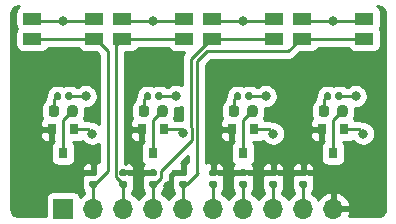
<source format=gbr>
%TF.GenerationSoftware,KiCad,Pcbnew,5.1.6-c6e7f7d~87~ubuntu18.04.1*%
%TF.CreationDate,2020-10-02T11:35:24-04:00*%
%TF.ProjectId,breadboard-io,62726561-6462-46f6-9172-642d696f2e6b,rev?*%
%TF.SameCoordinates,Original*%
%TF.FileFunction,Copper,L1,Top*%
%TF.FilePolarity,Positive*%
%FSLAX46Y46*%
G04 Gerber Fmt 4.6, Leading zero omitted, Abs format (unit mm)*
G04 Created by KiCad (PCBNEW 5.1.6-c6e7f7d~87~ubuntu18.04.1) date 2020-10-02 11:35:24*
%MOMM*%
%LPD*%
G01*
G04 APERTURE LIST*
%TA.AperFunction,SMDPad,CuDef*%
%ADD10R,1.550000X1.000000*%
%TD*%
%TA.AperFunction,SMDPad,CuDef*%
%ADD11R,0.800000X0.900000*%
%TD*%
%TA.AperFunction,ComponentPad*%
%ADD12O,1.700000X1.700000*%
%TD*%
%TA.AperFunction,ComponentPad*%
%ADD13R,1.700000X1.700000*%
%TD*%
%TA.AperFunction,ViaPad*%
%ADD14C,0.800000*%
%TD*%
%TA.AperFunction,Conductor*%
%ADD15C,0.250000*%
%TD*%
%TA.AperFunction,Conductor*%
%ADD16C,0.254000*%
%TD*%
G04 APERTURE END LIST*
D10*
%TO.P,SW4,1*%
%TO.N,VCC*%
X151215000Y-103290000D03*
X145965000Y-103290000D03*
%TO.P,SW4,2*%
%TO.N,SW3*%
X145965000Y-104990000D03*
X151215000Y-104990000D03*
%TD*%
%TO.P,SW3,1*%
%TO.N,VCC*%
X143595000Y-103290000D03*
X138345000Y-103290000D03*
%TO.P,SW3,2*%
%TO.N,SW2*%
X138345000Y-104990000D03*
X143595000Y-104990000D03*
%TD*%
%TO.P,SW2,1*%
%TO.N,VCC*%
X135975000Y-103290000D03*
X130725000Y-103290000D03*
%TO.P,SW2,2*%
%TO.N,SW1*%
X130725000Y-104990000D03*
X135975000Y-104990000D03*
%TD*%
%TO.P,SW1,1*%
%TO.N,VCC*%
X128355000Y-103290000D03*
X123105000Y-103290000D03*
%TO.P,SW1,2*%
%TO.N,SW0*%
X123105000Y-104990000D03*
X128355000Y-104990000D03*
%TD*%
%TO.P,R12,2*%
%TO.N,GND*%
%TA.AperFunction,SMDPad,CuDef*%
G36*
G01*
X146222500Y-116650000D02*
X145877500Y-116650000D01*
G75*
G02*
X145730000Y-116502500I0J147500D01*
G01*
X145730000Y-116207500D01*
G75*
G02*
X145877500Y-116060000I147500J0D01*
G01*
X146222500Y-116060000D01*
G75*
G02*
X146370000Y-116207500I0J-147500D01*
G01*
X146370000Y-116502500D01*
G75*
G02*
X146222500Y-116650000I-147500J0D01*
G01*
G37*
%TD.AperFunction*%
%TO.P,R12,1*%
%TO.N,LED3*%
%TA.AperFunction,SMDPad,CuDef*%
G36*
G01*
X146222500Y-117620000D02*
X145877500Y-117620000D01*
G75*
G02*
X145730000Y-117472500I0J147500D01*
G01*
X145730000Y-117177500D01*
G75*
G02*
X145877500Y-117030000I147500J0D01*
G01*
X146222500Y-117030000D01*
G75*
G02*
X146370000Y-117177500I0J-147500D01*
G01*
X146370000Y-117472500D01*
G75*
G02*
X146222500Y-117620000I-147500J0D01*
G01*
G37*
%TD.AperFunction*%
%TD*%
%TO.P,R11,2*%
%TO.N,GND*%
%TA.AperFunction,SMDPad,CuDef*%
G36*
G01*
X143682500Y-116650000D02*
X143337500Y-116650000D01*
G75*
G02*
X143190000Y-116502500I0J147500D01*
G01*
X143190000Y-116207500D01*
G75*
G02*
X143337500Y-116060000I147500J0D01*
G01*
X143682500Y-116060000D01*
G75*
G02*
X143830000Y-116207500I0J-147500D01*
G01*
X143830000Y-116502500D01*
G75*
G02*
X143682500Y-116650000I-147500J0D01*
G01*
G37*
%TD.AperFunction*%
%TO.P,R11,1*%
%TO.N,LED2*%
%TA.AperFunction,SMDPad,CuDef*%
G36*
G01*
X143682500Y-117620000D02*
X143337500Y-117620000D01*
G75*
G02*
X143190000Y-117472500I0J147500D01*
G01*
X143190000Y-117177500D01*
G75*
G02*
X143337500Y-117030000I147500J0D01*
G01*
X143682500Y-117030000D01*
G75*
G02*
X143830000Y-117177500I0J-147500D01*
G01*
X143830000Y-117472500D01*
G75*
G02*
X143682500Y-117620000I-147500J0D01*
G01*
G37*
%TD.AperFunction*%
%TD*%
%TO.P,R10,2*%
%TO.N,GND*%
%TA.AperFunction,SMDPad,CuDef*%
G36*
G01*
X141142500Y-116650000D02*
X140797500Y-116650000D01*
G75*
G02*
X140650000Y-116502500I0J147500D01*
G01*
X140650000Y-116207500D01*
G75*
G02*
X140797500Y-116060000I147500J0D01*
G01*
X141142500Y-116060000D01*
G75*
G02*
X141290000Y-116207500I0J-147500D01*
G01*
X141290000Y-116502500D01*
G75*
G02*
X141142500Y-116650000I-147500J0D01*
G01*
G37*
%TD.AperFunction*%
%TO.P,R10,1*%
%TO.N,LED1*%
%TA.AperFunction,SMDPad,CuDef*%
G36*
G01*
X141142500Y-117620000D02*
X140797500Y-117620000D01*
G75*
G02*
X140650000Y-117472500I0J147500D01*
G01*
X140650000Y-117177500D01*
G75*
G02*
X140797500Y-117030000I147500J0D01*
G01*
X141142500Y-117030000D01*
G75*
G02*
X141290000Y-117177500I0J-147500D01*
G01*
X141290000Y-117472500D01*
G75*
G02*
X141142500Y-117620000I-147500J0D01*
G01*
G37*
%TD.AperFunction*%
%TD*%
%TO.P,R9,2*%
%TO.N,GND*%
%TA.AperFunction,SMDPad,CuDef*%
G36*
G01*
X138602500Y-116650000D02*
X138257500Y-116650000D01*
G75*
G02*
X138110000Y-116502500I0J147500D01*
G01*
X138110000Y-116207500D01*
G75*
G02*
X138257500Y-116060000I147500J0D01*
G01*
X138602500Y-116060000D01*
G75*
G02*
X138750000Y-116207500I0J-147500D01*
G01*
X138750000Y-116502500D01*
G75*
G02*
X138602500Y-116650000I-147500J0D01*
G01*
G37*
%TD.AperFunction*%
%TO.P,R9,1*%
%TO.N,LED0*%
%TA.AperFunction,SMDPad,CuDef*%
G36*
G01*
X138602500Y-117620000D02*
X138257500Y-117620000D01*
G75*
G02*
X138110000Y-117472500I0J147500D01*
G01*
X138110000Y-117177500D01*
G75*
G02*
X138257500Y-117030000I147500J0D01*
G01*
X138602500Y-117030000D01*
G75*
G02*
X138750000Y-117177500I0J-147500D01*
G01*
X138750000Y-117472500D01*
G75*
G02*
X138602500Y-117620000I-147500J0D01*
G01*
G37*
%TD.AperFunction*%
%TD*%
%TO.P,R8,2*%
%TO.N,Net-(D4-Pad2)*%
%TA.AperFunction,SMDPad,CuDef*%
G36*
G01*
X148400000Y-109682500D02*
X148400000Y-110027500D01*
G75*
G02*
X148252500Y-110175000I-147500J0D01*
G01*
X147957500Y-110175000D01*
G75*
G02*
X147810000Y-110027500I0J147500D01*
G01*
X147810000Y-109682500D01*
G75*
G02*
X147957500Y-109535000I147500J0D01*
G01*
X148252500Y-109535000D01*
G75*
G02*
X148400000Y-109682500I0J-147500D01*
G01*
G37*
%TD.AperFunction*%
%TO.P,R8,1*%
%TO.N,VCC*%
%TA.AperFunction,SMDPad,CuDef*%
G36*
G01*
X149370000Y-109682500D02*
X149370000Y-110027500D01*
G75*
G02*
X149222500Y-110175000I-147500J0D01*
G01*
X148927500Y-110175000D01*
G75*
G02*
X148780000Y-110027500I0J147500D01*
G01*
X148780000Y-109682500D01*
G75*
G02*
X148927500Y-109535000I147500J0D01*
G01*
X149222500Y-109535000D01*
G75*
G02*
X149370000Y-109682500I0J-147500D01*
G01*
G37*
%TD.AperFunction*%
%TD*%
%TO.P,R7,2*%
%TO.N,Net-(D3-Pad2)*%
%TA.AperFunction,SMDPad,CuDef*%
G36*
G01*
X140780000Y-109682500D02*
X140780000Y-110027500D01*
G75*
G02*
X140632500Y-110175000I-147500J0D01*
G01*
X140337500Y-110175000D01*
G75*
G02*
X140190000Y-110027500I0J147500D01*
G01*
X140190000Y-109682500D01*
G75*
G02*
X140337500Y-109535000I147500J0D01*
G01*
X140632500Y-109535000D01*
G75*
G02*
X140780000Y-109682500I0J-147500D01*
G01*
G37*
%TD.AperFunction*%
%TO.P,R7,1*%
%TO.N,VCC*%
%TA.AperFunction,SMDPad,CuDef*%
G36*
G01*
X141750000Y-109682500D02*
X141750000Y-110027500D01*
G75*
G02*
X141602500Y-110175000I-147500J0D01*
G01*
X141307500Y-110175000D01*
G75*
G02*
X141160000Y-110027500I0J147500D01*
G01*
X141160000Y-109682500D01*
G75*
G02*
X141307500Y-109535000I147500J0D01*
G01*
X141602500Y-109535000D01*
G75*
G02*
X141750000Y-109682500I0J-147500D01*
G01*
G37*
%TD.AperFunction*%
%TD*%
%TO.P,R6,2*%
%TO.N,Net-(D2-Pad2)*%
%TA.AperFunction,SMDPad,CuDef*%
G36*
G01*
X133160000Y-109682500D02*
X133160000Y-110027500D01*
G75*
G02*
X133012500Y-110175000I-147500J0D01*
G01*
X132717500Y-110175000D01*
G75*
G02*
X132570000Y-110027500I0J147500D01*
G01*
X132570000Y-109682500D01*
G75*
G02*
X132717500Y-109535000I147500J0D01*
G01*
X133012500Y-109535000D01*
G75*
G02*
X133160000Y-109682500I0J-147500D01*
G01*
G37*
%TD.AperFunction*%
%TO.P,R6,1*%
%TO.N,VCC*%
%TA.AperFunction,SMDPad,CuDef*%
G36*
G01*
X134130000Y-109682500D02*
X134130000Y-110027500D01*
G75*
G02*
X133982500Y-110175000I-147500J0D01*
G01*
X133687500Y-110175000D01*
G75*
G02*
X133540000Y-110027500I0J147500D01*
G01*
X133540000Y-109682500D01*
G75*
G02*
X133687500Y-109535000I147500J0D01*
G01*
X133982500Y-109535000D01*
G75*
G02*
X134130000Y-109682500I0J-147500D01*
G01*
G37*
%TD.AperFunction*%
%TD*%
%TO.P,R5,2*%
%TO.N,Net-(D1-Pad2)*%
%TA.AperFunction,SMDPad,CuDef*%
G36*
G01*
X125540000Y-109682500D02*
X125540000Y-110027500D01*
G75*
G02*
X125392500Y-110175000I-147500J0D01*
G01*
X125097500Y-110175000D01*
G75*
G02*
X124950000Y-110027500I0J147500D01*
G01*
X124950000Y-109682500D01*
G75*
G02*
X125097500Y-109535000I147500J0D01*
G01*
X125392500Y-109535000D01*
G75*
G02*
X125540000Y-109682500I0J-147500D01*
G01*
G37*
%TD.AperFunction*%
%TO.P,R5,1*%
%TO.N,VCC*%
%TA.AperFunction,SMDPad,CuDef*%
G36*
G01*
X126510000Y-109682500D02*
X126510000Y-110027500D01*
G75*
G02*
X126362500Y-110175000I-147500J0D01*
G01*
X126067500Y-110175000D01*
G75*
G02*
X125920000Y-110027500I0J147500D01*
G01*
X125920000Y-109682500D01*
G75*
G02*
X126067500Y-109535000I147500J0D01*
G01*
X126362500Y-109535000D01*
G75*
G02*
X126510000Y-109682500I0J-147500D01*
G01*
G37*
%TD.AperFunction*%
%TD*%
%TO.P,R4,2*%
%TO.N,GND*%
%TA.AperFunction,SMDPad,CuDef*%
G36*
G01*
X136062500Y-116650000D02*
X135717500Y-116650000D01*
G75*
G02*
X135570000Y-116502500I0J147500D01*
G01*
X135570000Y-116207500D01*
G75*
G02*
X135717500Y-116060000I147500J0D01*
G01*
X136062500Y-116060000D01*
G75*
G02*
X136210000Y-116207500I0J-147500D01*
G01*
X136210000Y-116502500D01*
G75*
G02*
X136062500Y-116650000I-147500J0D01*
G01*
G37*
%TD.AperFunction*%
%TO.P,R4,1*%
%TO.N,SW3*%
%TA.AperFunction,SMDPad,CuDef*%
G36*
G01*
X136062500Y-117620000D02*
X135717500Y-117620000D01*
G75*
G02*
X135570000Y-117472500I0J147500D01*
G01*
X135570000Y-117177500D01*
G75*
G02*
X135717500Y-117030000I147500J0D01*
G01*
X136062500Y-117030000D01*
G75*
G02*
X136210000Y-117177500I0J-147500D01*
G01*
X136210000Y-117472500D01*
G75*
G02*
X136062500Y-117620000I-147500J0D01*
G01*
G37*
%TD.AperFunction*%
%TD*%
%TO.P,R3,2*%
%TO.N,GND*%
%TA.AperFunction,SMDPad,CuDef*%
G36*
G01*
X133522500Y-116650000D02*
X133177500Y-116650000D01*
G75*
G02*
X133030000Y-116502500I0J147500D01*
G01*
X133030000Y-116207500D01*
G75*
G02*
X133177500Y-116060000I147500J0D01*
G01*
X133522500Y-116060000D01*
G75*
G02*
X133670000Y-116207500I0J-147500D01*
G01*
X133670000Y-116502500D01*
G75*
G02*
X133522500Y-116650000I-147500J0D01*
G01*
G37*
%TD.AperFunction*%
%TO.P,R3,1*%
%TO.N,SW2*%
%TA.AperFunction,SMDPad,CuDef*%
G36*
G01*
X133522500Y-117620000D02*
X133177500Y-117620000D01*
G75*
G02*
X133030000Y-117472500I0J147500D01*
G01*
X133030000Y-117177500D01*
G75*
G02*
X133177500Y-117030000I147500J0D01*
G01*
X133522500Y-117030000D01*
G75*
G02*
X133670000Y-117177500I0J-147500D01*
G01*
X133670000Y-117472500D01*
G75*
G02*
X133522500Y-117620000I-147500J0D01*
G01*
G37*
%TD.AperFunction*%
%TD*%
%TO.P,R2,2*%
%TO.N,GND*%
%TA.AperFunction,SMDPad,CuDef*%
G36*
G01*
X130982500Y-116650000D02*
X130637500Y-116650000D01*
G75*
G02*
X130490000Y-116502500I0J147500D01*
G01*
X130490000Y-116207500D01*
G75*
G02*
X130637500Y-116060000I147500J0D01*
G01*
X130982500Y-116060000D01*
G75*
G02*
X131130000Y-116207500I0J-147500D01*
G01*
X131130000Y-116502500D01*
G75*
G02*
X130982500Y-116650000I-147500J0D01*
G01*
G37*
%TD.AperFunction*%
%TO.P,R2,1*%
%TO.N,SW1*%
%TA.AperFunction,SMDPad,CuDef*%
G36*
G01*
X130982500Y-117620000D02*
X130637500Y-117620000D01*
G75*
G02*
X130490000Y-117472500I0J147500D01*
G01*
X130490000Y-117177500D01*
G75*
G02*
X130637500Y-117030000I147500J0D01*
G01*
X130982500Y-117030000D01*
G75*
G02*
X131130000Y-117177500I0J-147500D01*
G01*
X131130000Y-117472500D01*
G75*
G02*
X130982500Y-117620000I-147500J0D01*
G01*
G37*
%TD.AperFunction*%
%TD*%
%TO.P,R1,2*%
%TO.N,GND*%
%TA.AperFunction,SMDPad,CuDef*%
G36*
G01*
X128442500Y-116650000D02*
X128097500Y-116650000D01*
G75*
G02*
X127950000Y-116502500I0J147500D01*
G01*
X127950000Y-116207500D01*
G75*
G02*
X128097500Y-116060000I147500J0D01*
G01*
X128442500Y-116060000D01*
G75*
G02*
X128590000Y-116207500I0J-147500D01*
G01*
X128590000Y-116502500D01*
G75*
G02*
X128442500Y-116650000I-147500J0D01*
G01*
G37*
%TD.AperFunction*%
%TO.P,R1,1*%
%TO.N,SW0*%
%TA.AperFunction,SMDPad,CuDef*%
G36*
G01*
X128442500Y-117620000D02*
X128097500Y-117620000D01*
G75*
G02*
X127950000Y-117472500I0J147500D01*
G01*
X127950000Y-117177500D01*
G75*
G02*
X128097500Y-117030000I147500J0D01*
G01*
X128442500Y-117030000D01*
G75*
G02*
X128590000Y-117177500I0J-147500D01*
G01*
X128590000Y-117472500D01*
G75*
G02*
X128442500Y-117620000I-147500J0D01*
G01*
G37*
%TD.AperFunction*%
%TD*%
D11*
%TO.P,Q4,3*%
%TO.N,Net-(D4-Pad1)*%
X148590000Y-114665000D03*
%TO.P,Q4,2*%
%TO.N,GND*%
X147640000Y-112665000D03*
%TO.P,Q4,1*%
%TO.N,LED3*%
X149540000Y-112665000D03*
%TD*%
%TO.P,Q3,3*%
%TO.N,Net-(D3-Pad1)*%
X140970000Y-114665000D03*
%TO.P,Q3,2*%
%TO.N,GND*%
X140020000Y-112665000D03*
%TO.P,Q3,1*%
%TO.N,LED2*%
X141920000Y-112665000D03*
%TD*%
%TO.P,Q2,3*%
%TO.N,Net-(D2-Pad1)*%
X133350000Y-114665000D03*
%TO.P,Q2,2*%
%TO.N,GND*%
X132400000Y-112665000D03*
%TO.P,Q2,1*%
%TO.N,LED1*%
X134300000Y-112665000D03*
%TD*%
%TO.P,Q1,3*%
%TO.N,Net-(D1-Pad1)*%
X125730000Y-114665000D03*
%TO.P,Q1,2*%
%TO.N,GND*%
X124780000Y-112665000D03*
%TO.P,Q1,1*%
%TO.N,LED0*%
X126680000Y-112665000D03*
%TD*%
D12*
%TO.P,J1,10*%
%TO.N,GND*%
X148590000Y-119380000D03*
%TO.P,J1,9*%
%TO.N,LED3*%
X146050000Y-119380000D03*
%TO.P,J1,8*%
%TO.N,LED2*%
X143510000Y-119380000D03*
%TO.P,J1,7*%
%TO.N,LED1*%
X140970000Y-119380000D03*
%TO.P,J1,6*%
%TO.N,LED0*%
X138430000Y-119380000D03*
%TO.P,J1,5*%
%TO.N,SW3*%
X135890000Y-119380000D03*
%TO.P,J1,4*%
%TO.N,SW2*%
X133350000Y-119380000D03*
%TO.P,J1,3*%
%TO.N,SW1*%
X130810000Y-119380000D03*
%TO.P,J1,2*%
%TO.N,SW0*%
X128270000Y-119380000D03*
D13*
%TO.P,J1,1*%
%TO.N,VCC*%
X125730000Y-119380000D03*
%TD*%
%TO.P,D4,2*%
%TO.N,Net-(D4-Pad2)*%
%TA.AperFunction,SMDPad,CuDef*%
G36*
G01*
X148240000Y-110868750D02*
X148240000Y-111381250D01*
G75*
G02*
X148021250Y-111600000I-218750J0D01*
G01*
X147583750Y-111600000D01*
G75*
G02*
X147365000Y-111381250I0J218750D01*
G01*
X147365000Y-110868750D01*
G75*
G02*
X147583750Y-110650000I218750J0D01*
G01*
X148021250Y-110650000D01*
G75*
G02*
X148240000Y-110868750I0J-218750D01*
G01*
G37*
%TD.AperFunction*%
%TO.P,D4,1*%
%TO.N,Net-(D4-Pad1)*%
%TA.AperFunction,SMDPad,CuDef*%
G36*
G01*
X149815000Y-110868750D02*
X149815000Y-111381250D01*
G75*
G02*
X149596250Y-111600000I-218750J0D01*
G01*
X149158750Y-111600000D01*
G75*
G02*
X148940000Y-111381250I0J218750D01*
G01*
X148940000Y-110868750D01*
G75*
G02*
X149158750Y-110650000I218750J0D01*
G01*
X149596250Y-110650000D01*
G75*
G02*
X149815000Y-110868750I0J-218750D01*
G01*
G37*
%TD.AperFunction*%
%TD*%
%TO.P,D3,2*%
%TO.N,Net-(D3-Pad2)*%
%TA.AperFunction,SMDPad,CuDef*%
G36*
G01*
X140620000Y-110868750D02*
X140620000Y-111381250D01*
G75*
G02*
X140401250Y-111600000I-218750J0D01*
G01*
X139963750Y-111600000D01*
G75*
G02*
X139745000Y-111381250I0J218750D01*
G01*
X139745000Y-110868750D01*
G75*
G02*
X139963750Y-110650000I218750J0D01*
G01*
X140401250Y-110650000D01*
G75*
G02*
X140620000Y-110868750I0J-218750D01*
G01*
G37*
%TD.AperFunction*%
%TO.P,D3,1*%
%TO.N,Net-(D3-Pad1)*%
%TA.AperFunction,SMDPad,CuDef*%
G36*
G01*
X142195000Y-110868750D02*
X142195000Y-111381250D01*
G75*
G02*
X141976250Y-111600000I-218750J0D01*
G01*
X141538750Y-111600000D01*
G75*
G02*
X141320000Y-111381250I0J218750D01*
G01*
X141320000Y-110868750D01*
G75*
G02*
X141538750Y-110650000I218750J0D01*
G01*
X141976250Y-110650000D01*
G75*
G02*
X142195000Y-110868750I0J-218750D01*
G01*
G37*
%TD.AperFunction*%
%TD*%
%TO.P,D2,2*%
%TO.N,Net-(D2-Pad2)*%
%TA.AperFunction,SMDPad,CuDef*%
G36*
G01*
X133000000Y-110868750D02*
X133000000Y-111381250D01*
G75*
G02*
X132781250Y-111600000I-218750J0D01*
G01*
X132343750Y-111600000D01*
G75*
G02*
X132125000Y-111381250I0J218750D01*
G01*
X132125000Y-110868750D01*
G75*
G02*
X132343750Y-110650000I218750J0D01*
G01*
X132781250Y-110650000D01*
G75*
G02*
X133000000Y-110868750I0J-218750D01*
G01*
G37*
%TD.AperFunction*%
%TO.P,D2,1*%
%TO.N,Net-(D2-Pad1)*%
%TA.AperFunction,SMDPad,CuDef*%
G36*
G01*
X134575000Y-110868750D02*
X134575000Y-111381250D01*
G75*
G02*
X134356250Y-111600000I-218750J0D01*
G01*
X133918750Y-111600000D01*
G75*
G02*
X133700000Y-111381250I0J218750D01*
G01*
X133700000Y-110868750D01*
G75*
G02*
X133918750Y-110650000I218750J0D01*
G01*
X134356250Y-110650000D01*
G75*
G02*
X134575000Y-110868750I0J-218750D01*
G01*
G37*
%TD.AperFunction*%
%TD*%
%TO.P,D1,2*%
%TO.N,Net-(D1-Pad2)*%
%TA.AperFunction,SMDPad,CuDef*%
G36*
G01*
X125380000Y-110868750D02*
X125380000Y-111381250D01*
G75*
G02*
X125161250Y-111600000I-218750J0D01*
G01*
X124723750Y-111600000D01*
G75*
G02*
X124505000Y-111381250I0J218750D01*
G01*
X124505000Y-110868750D01*
G75*
G02*
X124723750Y-110650000I218750J0D01*
G01*
X125161250Y-110650000D01*
G75*
G02*
X125380000Y-110868750I0J-218750D01*
G01*
G37*
%TD.AperFunction*%
%TO.P,D1,1*%
%TO.N,Net-(D1-Pad1)*%
%TA.AperFunction,SMDPad,CuDef*%
G36*
G01*
X126955000Y-110868750D02*
X126955000Y-111381250D01*
G75*
G02*
X126736250Y-111600000I-218750J0D01*
G01*
X126298750Y-111600000D01*
G75*
G02*
X126080000Y-111381250I0J218750D01*
G01*
X126080000Y-110868750D01*
G75*
G02*
X126298750Y-110650000I218750J0D01*
G01*
X126736250Y-110650000D01*
G75*
G02*
X126955000Y-110868750I0J-218750D01*
G01*
G37*
%TD.AperFunction*%
%TD*%
D14*
%TO.N,GND*%
X145415000Y-111125000D03*
X144780000Y-113665000D03*
X134620000Y-117475000D03*
X133350000Y-107950000D03*
X127635000Y-107950000D03*
X123825000Y-107950000D03*
X140970000Y-107950000D03*
X148590000Y-107950000D03*
X135504372Y-111195541D03*
%TO.N,LED3*%
X151130000Y-113030000D03*
%TO.N,LED2*%
X143510000Y-113030000D03*
%TO.N,LED1*%
X135890000Y-112940000D03*
%TO.N,LED0*%
X128190010Y-113030000D03*
%TO.N,VCC*%
X125730000Y-103505000D03*
X133350000Y-103505000D03*
X140970000Y-103505000D03*
X148590000Y-103505000D03*
X127635000Y-109855000D03*
X135255000Y-109855000D03*
X142875000Y-109855000D03*
X150495000Y-109855000D03*
%TD*%
D15*
%TO.N,Net-(D1-Pad2)*%
X124942500Y-110157500D02*
X125245000Y-109855000D01*
X124942500Y-111125000D02*
X124942500Y-110157500D01*
%TO.N,Net-(D1-Pad1)*%
X125730000Y-111912500D02*
X125730000Y-114665000D01*
X126517500Y-111125000D02*
X125730000Y-111912500D01*
%TO.N,Net-(D2-Pad2)*%
X132562500Y-110157500D02*
X132865000Y-109855000D01*
X132562500Y-111125000D02*
X132562500Y-110157500D01*
%TO.N,Net-(D2-Pad1)*%
X133350000Y-111912500D02*
X134137500Y-111125000D01*
X133350000Y-114665000D02*
X133350000Y-111912500D01*
%TO.N,Net-(D3-Pad2)*%
X140182500Y-110157500D02*
X140485000Y-109855000D01*
X140182500Y-111125000D02*
X140182500Y-110157500D01*
%TO.N,Net-(D3-Pad1)*%
X140970000Y-111912500D02*
X141757500Y-111125000D01*
X140970000Y-114665000D02*
X140970000Y-111912500D01*
%TO.N,Net-(D4-Pad2)*%
X147802500Y-110157500D02*
X148105000Y-109855000D01*
X147802500Y-111125000D02*
X147802500Y-110157500D01*
%TO.N,Net-(D4-Pad1)*%
X148590000Y-111912500D02*
X149377500Y-111125000D01*
X148590000Y-114665000D02*
X148590000Y-111912500D01*
%TO.N,LED3*%
X146050000Y-119380000D02*
X146050000Y-117325000D01*
X149540000Y-112665000D02*
X150765000Y-112665000D01*
X150765000Y-112665000D02*
X151130000Y-113030000D01*
%TO.N,LED2*%
X143510000Y-119380000D02*
X143510000Y-117325000D01*
X141920000Y-112665000D02*
X143145000Y-112665000D01*
X143145000Y-112665000D02*
X143510000Y-113030000D01*
%TO.N,LED1*%
X140970000Y-119380000D02*
X140970000Y-117325000D01*
X134300000Y-112665000D02*
X135615000Y-112665000D01*
X135615000Y-112665000D02*
X135890000Y-112940000D01*
%TO.N,LED0*%
X138430000Y-119380000D02*
X138430000Y-117325000D01*
X126680000Y-112665000D02*
X127825010Y-112665000D01*
X127825010Y-112665000D02*
X128190010Y-113030000D01*
%TO.N,SW3*%
X145965000Y-104990000D02*
X151215000Y-104990000D01*
X135890000Y-119380000D02*
X135890000Y-117325000D01*
X136210000Y-117325000D02*
X137160000Y-116375000D01*
X135890000Y-117325000D02*
X136210000Y-117325000D01*
X137069999Y-116284999D02*
X137069999Y-106901411D01*
X137160000Y-116375000D02*
X137069999Y-116284999D01*
X145965000Y-104990000D02*
X145835000Y-104990000D01*
X145835000Y-104990000D02*
X144780000Y-106045000D01*
X144780000Y-106045000D02*
X137926410Y-106045000D01*
X137926410Y-106045000D02*
X137069999Y-106901411D01*
%TO.N,SW2*%
X138345000Y-104990000D02*
X143595000Y-104990000D01*
X133350000Y-119380000D02*
X133350000Y-117325000D01*
X133500000Y-117325000D02*
X133350000Y-117325000D01*
X133995010Y-116194990D02*
X133995010Y-116829990D01*
X133995010Y-116829990D02*
X133500000Y-117325000D01*
X136615001Y-112591999D02*
X136615001Y-113574999D01*
X136615001Y-113574999D02*
X133995010Y-116194990D01*
X138215000Y-104990000D02*
X136525000Y-106680000D01*
X138345000Y-104990000D02*
X138215000Y-104990000D01*
X136525000Y-106680000D02*
X136525000Y-112501998D01*
X136525000Y-112501998D02*
X136615001Y-112591999D01*
%TO.N,SW1*%
X130725000Y-104990000D02*
X135975000Y-104990000D01*
X130810000Y-119380000D02*
X130810000Y-117325000D01*
X130791768Y-117325000D02*
X130810000Y-117325000D01*
X130164990Y-116698222D02*
X130791768Y-117325000D01*
X130164990Y-105550010D02*
X130164990Y-116698222D01*
X130725000Y-104990000D02*
X130164990Y-105550010D01*
%TO.N,SW0*%
X128270000Y-119380000D02*
X128270000Y-117325000D01*
X123105000Y-104990000D02*
X128355000Y-104990000D01*
X128420000Y-117325000D02*
X128270000Y-117325000D01*
X129540000Y-116205000D02*
X128420000Y-117325000D01*
X129540000Y-106045000D02*
X129540000Y-116205000D01*
X128355000Y-104990000D02*
X128485000Y-104990000D01*
X128485000Y-104990000D02*
X129540000Y-106045000D01*
%TO.N,VCC*%
X126215000Y-109855000D02*
X127635000Y-109855000D01*
X135255000Y-109855000D02*
X133835000Y-109855000D01*
X141455000Y-109855000D02*
X142875000Y-109855000D01*
X149075000Y-109855000D02*
X150495000Y-109855000D01*
X151000000Y-103505000D02*
X151215000Y-103290000D01*
X148590000Y-103505000D02*
X151000000Y-103505000D01*
X146180000Y-103505000D02*
X145965000Y-103290000D01*
X148590000Y-103505000D02*
X146180000Y-103505000D01*
X143380000Y-103505000D02*
X143595000Y-103290000D01*
X140970000Y-103505000D02*
X143380000Y-103505000D01*
X138560000Y-103505000D02*
X138345000Y-103290000D01*
X140970000Y-103505000D02*
X138560000Y-103505000D01*
X135760000Y-103505000D02*
X135975000Y-103290000D01*
X133350000Y-103505000D02*
X135760000Y-103505000D01*
X130940000Y-103505000D02*
X130725000Y-103290000D01*
X133350000Y-103505000D02*
X130940000Y-103505000D01*
X128140000Y-103505000D02*
X128355000Y-103290000D01*
X125730000Y-103505000D02*
X128140000Y-103505000D01*
X123320000Y-103505000D02*
X123105000Y-103290000D01*
X125730000Y-103505000D02*
X123320000Y-103505000D01*
%TD*%
D16*
%TO.N,GND*%
G36*
X121878815Y-102338815D02*
G01*
X121799463Y-102435506D01*
X121740498Y-102545820D01*
X121704188Y-102665518D01*
X121691928Y-102790000D01*
X121691928Y-103790000D01*
X121704188Y-103914482D01*
X121740498Y-104034180D01*
X121797061Y-104140000D01*
X121740498Y-104245820D01*
X121704188Y-104365518D01*
X121691928Y-104490000D01*
X121691928Y-105490000D01*
X121704188Y-105614482D01*
X121740498Y-105734180D01*
X121799463Y-105844494D01*
X121878815Y-105941185D01*
X121975506Y-106020537D01*
X122085820Y-106079502D01*
X122205518Y-106115812D01*
X122330000Y-106128072D01*
X123880000Y-106128072D01*
X124004482Y-106115812D01*
X124124180Y-106079502D01*
X124234494Y-106020537D01*
X124331185Y-105941185D01*
X124410537Y-105844494D01*
X124461046Y-105750000D01*
X126998954Y-105750000D01*
X127049463Y-105844494D01*
X127128815Y-105941185D01*
X127225506Y-106020537D01*
X127335820Y-106079502D01*
X127455518Y-106115812D01*
X127580000Y-106128072D01*
X128548270Y-106128072D01*
X128780000Y-106359802D01*
X128780001Y-112179435D01*
X128680266Y-112112795D01*
X128491908Y-112034774D01*
X128291949Y-111995000D01*
X128183758Y-111995000D01*
X128117257Y-111959454D01*
X127973996Y-111915997D01*
X127862343Y-111905000D01*
X127862332Y-111905000D01*
X127825010Y-111901324D01*
X127787688Y-111905000D01*
X127634320Y-111905000D01*
X127610537Y-111860506D01*
X127531185Y-111763815D01*
X127508554Y-111745242D01*
X127527850Y-111709142D01*
X127576608Y-111548408D01*
X127593072Y-111381250D01*
X127593072Y-110890000D01*
X127736939Y-110890000D01*
X127936898Y-110850226D01*
X128125256Y-110772205D01*
X128294774Y-110658937D01*
X128438937Y-110514774D01*
X128552205Y-110345256D01*
X128630226Y-110156898D01*
X128670000Y-109956939D01*
X128670000Y-109753061D01*
X128630226Y-109553102D01*
X128552205Y-109364744D01*
X128438937Y-109195226D01*
X128294774Y-109051063D01*
X128125256Y-108937795D01*
X127936898Y-108859774D01*
X127736939Y-108820000D01*
X127533061Y-108820000D01*
X127333102Y-108859774D01*
X127144744Y-108937795D01*
X126975226Y-109051063D01*
X126931289Y-109095000D01*
X126878970Y-109095000D01*
X126798940Y-109029321D01*
X126663125Y-108956726D01*
X126515757Y-108912023D01*
X126362500Y-108896928D01*
X126067500Y-108896928D01*
X125914243Y-108912023D01*
X125766875Y-108956726D01*
X125730000Y-108976436D01*
X125693125Y-108956726D01*
X125545757Y-108912023D01*
X125392500Y-108896928D01*
X125097500Y-108896928D01*
X124944243Y-108912023D01*
X124796875Y-108956726D01*
X124661060Y-109029321D01*
X124542017Y-109127017D01*
X124444321Y-109246060D01*
X124371726Y-109381875D01*
X124327023Y-109529243D01*
X124311928Y-109682500D01*
X124311928Y-109727860D01*
X124307526Y-109733224D01*
X124236954Y-109865254D01*
X124193498Y-110008515D01*
X124178824Y-110157500D01*
X124182501Y-110194832D01*
X124182501Y-110209857D01*
X124117885Y-110262885D01*
X124011329Y-110392725D01*
X123932150Y-110540858D01*
X123883392Y-110701592D01*
X123866928Y-110868750D01*
X123866928Y-111381250D01*
X123883392Y-111548408D01*
X123932150Y-111709142D01*
X123951446Y-111745242D01*
X123928815Y-111763815D01*
X123849463Y-111860506D01*
X123790498Y-111970820D01*
X123754188Y-112090518D01*
X123741928Y-112215000D01*
X123745000Y-112379250D01*
X123903750Y-112538000D01*
X124653000Y-112538000D01*
X124653000Y-112518000D01*
X124907000Y-112518000D01*
X124907000Y-112538000D01*
X124927000Y-112538000D01*
X124927000Y-112792000D01*
X124907000Y-112792000D01*
X124907000Y-113591250D01*
X124970001Y-113654251D01*
X124970001Y-113688981D01*
X124878815Y-113763815D01*
X124799463Y-113860506D01*
X124740498Y-113970820D01*
X124704188Y-114090518D01*
X124691928Y-114215000D01*
X124691928Y-115115000D01*
X124704188Y-115239482D01*
X124740498Y-115359180D01*
X124799463Y-115469494D01*
X124878815Y-115566185D01*
X124975506Y-115645537D01*
X125085820Y-115704502D01*
X125205518Y-115740812D01*
X125330000Y-115753072D01*
X126130000Y-115753072D01*
X126254482Y-115740812D01*
X126374180Y-115704502D01*
X126484494Y-115645537D01*
X126581185Y-115566185D01*
X126660537Y-115469494D01*
X126719502Y-115359180D01*
X126755812Y-115239482D01*
X126768072Y-115115000D01*
X126768072Y-114215000D01*
X126755812Y-114090518D01*
X126719502Y-113970820D01*
X126660537Y-113860506D01*
X126581185Y-113763815D01*
X126568095Y-113753072D01*
X127080000Y-113753072D01*
X127204482Y-113740812D01*
X127324180Y-113704502D01*
X127377036Y-113676249D01*
X127386073Y-113689774D01*
X127530236Y-113833937D01*
X127699754Y-113947205D01*
X127888112Y-114025226D01*
X128088071Y-114065000D01*
X128291949Y-114065000D01*
X128491908Y-114025226D01*
X128680266Y-113947205D01*
X128780001Y-113880565D01*
X128780001Y-115454063D01*
X128714482Y-115434188D01*
X128590000Y-115421928D01*
X128555750Y-115425000D01*
X128397000Y-115583750D01*
X128397000Y-116228000D01*
X128417000Y-116228000D01*
X128417000Y-116253199D01*
X128278271Y-116391928D01*
X128097500Y-116391928D01*
X127944243Y-116407023D01*
X127796875Y-116451726D01*
X127740237Y-116482000D01*
X127473750Y-116482000D01*
X127315000Y-116640750D01*
X127311928Y-116650000D01*
X127324188Y-116774482D01*
X127360498Y-116894180D01*
X127364312Y-116901316D01*
X127327023Y-117024243D01*
X127311928Y-117177500D01*
X127311928Y-117472500D01*
X127327023Y-117625757D01*
X127371726Y-117773125D01*
X127444321Y-117908940D01*
X127510001Y-117988971D01*
X127510001Y-118101821D01*
X127323368Y-118226525D01*
X127191513Y-118358380D01*
X127169502Y-118285820D01*
X127110537Y-118175506D01*
X127031185Y-118078815D01*
X126934494Y-117999463D01*
X126824180Y-117940498D01*
X126704482Y-117904188D01*
X126580000Y-117891928D01*
X124880000Y-117891928D01*
X124755518Y-117904188D01*
X124635820Y-117940498D01*
X124525506Y-117999463D01*
X124428815Y-118078815D01*
X124349463Y-118175506D01*
X124290498Y-118285820D01*
X124254188Y-118405518D01*
X124241928Y-118530000D01*
X124241928Y-119990000D01*
X121952279Y-119990000D01*
X121802131Y-119975278D01*
X121688754Y-119941047D01*
X121584183Y-119885446D01*
X121492405Y-119810594D01*
X121416909Y-119719335D01*
X121360581Y-119615160D01*
X121325560Y-119502024D01*
X121310000Y-119353979D01*
X121310000Y-116060000D01*
X127311928Y-116060000D01*
X127315000Y-116069250D01*
X127473750Y-116228000D01*
X128143000Y-116228000D01*
X128143000Y-115583750D01*
X127984250Y-115425000D01*
X127950000Y-115421928D01*
X127825518Y-115434188D01*
X127705820Y-115470498D01*
X127595506Y-115529463D01*
X127498815Y-115608815D01*
X127419463Y-115705506D01*
X127360498Y-115815820D01*
X127324188Y-115935518D01*
X127311928Y-116060000D01*
X121310000Y-116060000D01*
X121310000Y-113115000D01*
X123741928Y-113115000D01*
X123754188Y-113239482D01*
X123790498Y-113359180D01*
X123849463Y-113469494D01*
X123928815Y-113566185D01*
X124025506Y-113645537D01*
X124135820Y-113704502D01*
X124255518Y-113740812D01*
X124380000Y-113753072D01*
X124494250Y-113750000D01*
X124653000Y-113591250D01*
X124653000Y-112792000D01*
X123903750Y-112792000D01*
X123745000Y-112950750D01*
X123741928Y-113115000D01*
X121310000Y-113115000D01*
X121310000Y-102902279D01*
X121324722Y-102752131D01*
X121358953Y-102638754D01*
X121414555Y-102534181D01*
X121489407Y-102442404D01*
X121580664Y-102366909D01*
X121684844Y-102310581D01*
X121797976Y-102275560D01*
X121946022Y-102260000D01*
X121974852Y-102260000D01*
X121878815Y-102338815D01*
G37*
X121878815Y-102338815D02*
X121799463Y-102435506D01*
X121740498Y-102545820D01*
X121704188Y-102665518D01*
X121691928Y-102790000D01*
X121691928Y-103790000D01*
X121704188Y-103914482D01*
X121740498Y-104034180D01*
X121797061Y-104140000D01*
X121740498Y-104245820D01*
X121704188Y-104365518D01*
X121691928Y-104490000D01*
X121691928Y-105490000D01*
X121704188Y-105614482D01*
X121740498Y-105734180D01*
X121799463Y-105844494D01*
X121878815Y-105941185D01*
X121975506Y-106020537D01*
X122085820Y-106079502D01*
X122205518Y-106115812D01*
X122330000Y-106128072D01*
X123880000Y-106128072D01*
X124004482Y-106115812D01*
X124124180Y-106079502D01*
X124234494Y-106020537D01*
X124331185Y-105941185D01*
X124410537Y-105844494D01*
X124461046Y-105750000D01*
X126998954Y-105750000D01*
X127049463Y-105844494D01*
X127128815Y-105941185D01*
X127225506Y-106020537D01*
X127335820Y-106079502D01*
X127455518Y-106115812D01*
X127580000Y-106128072D01*
X128548270Y-106128072D01*
X128780000Y-106359802D01*
X128780001Y-112179435D01*
X128680266Y-112112795D01*
X128491908Y-112034774D01*
X128291949Y-111995000D01*
X128183758Y-111995000D01*
X128117257Y-111959454D01*
X127973996Y-111915997D01*
X127862343Y-111905000D01*
X127862332Y-111905000D01*
X127825010Y-111901324D01*
X127787688Y-111905000D01*
X127634320Y-111905000D01*
X127610537Y-111860506D01*
X127531185Y-111763815D01*
X127508554Y-111745242D01*
X127527850Y-111709142D01*
X127576608Y-111548408D01*
X127593072Y-111381250D01*
X127593072Y-110890000D01*
X127736939Y-110890000D01*
X127936898Y-110850226D01*
X128125256Y-110772205D01*
X128294774Y-110658937D01*
X128438937Y-110514774D01*
X128552205Y-110345256D01*
X128630226Y-110156898D01*
X128670000Y-109956939D01*
X128670000Y-109753061D01*
X128630226Y-109553102D01*
X128552205Y-109364744D01*
X128438937Y-109195226D01*
X128294774Y-109051063D01*
X128125256Y-108937795D01*
X127936898Y-108859774D01*
X127736939Y-108820000D01*
X127533061Y-108820000D01*
X127333102Y-108859774D01*
X127144744Y-108937795D01*
X126975226Y-109051063D01*
X126931289Y-109095000D01*
X126878970Y-109095000D01*
X126798940Y-109029321D01*
X126663125Y-108956726D01*
X126515757Y-108912023D01*
X126362500Y-108896928D01*
X126067500Y-108896928D01*
X125914243Y-108912023D01*
X125766875Y-108956726D01*
X125730000Y-108976436D01*
X125693125Y-108956726D01*
X125545757Y-108912023D01*
X125392500Y-108896928D01*
X125097500Y-108896928D01*
X124944243Y-108912023D01*
X124796875Y-108956726D01*
X124661060Y-109029321D01*
X124542017Y-109127017D01*
X124444321Y-109246060D01*
X124371726Y-109381875D01*
X124327023Y-109529243D01*
X124311928Y-109682500D01*
X124311928Y-109727860D01*
X124307526Y-109733224D01*
X124236954Y-109865254D01*
X124193498Y-110008515D01*
X124178824Y-110157500D01*
X124182501Y-110194832D01*
X124182501Y-110209857D01*
X124117885Y-110262885D01*
X124011329Y-110392725D01*
X123932150Y-110540858D01*
X123883392Y-110701592D01*
X123866928Y-110868750D01*
X123866928Y-111381250D01*
X123883392Y-111548408D01*
X123932150Y-111709142D01*
X123951446Y-111745242D01*
X123928815Y-111763815D01*
X123849463Y-111860506D01*
X123790498Y-111970820D01*
X123754188Y-112090518D01*
X123741928Y-112215000D01*
X123745000Y-112379250D01*
X123903750Y-112538000D01*
X124653000Y-112538000D01*
X124653000Y-112518000D01*
X124907000Y-112518000D01*
X124907000Y-112538000D01*
X124927000Y-112538000D01*
X124927000Y-112792000D01*
X124907000Y-112792000D01*
X124907000Y-113591250D01*
X124970001Y-113654251D01*
X124970001Y-113688981D01*
X124878815Y-113763815D01*
X124799463Y-113860506D01*
X124740498Y-113970820D01*
X124704188Y-114090518D01*
X124691928Y-114215000D01*
X124691928Y-115115000D01*
X124704188Y-115239482D01*
X124740498Y-115359180D01*
X124799463Y-115469494D01*
X124878815Y-115566185D01*
X124975506Y-115645537D01*
X125085820Y-115704502D01*
X125205518Y-115740812D01*
X125330000Y-115753072D01*
X126130000Y-115753072D01*
X126254482Y-115740812D01*
X126374180Y-115704502D01*
X126484494Y-115645537D01*
X126581185Y-115566185D01*
X126660537Y-115469494D01*
X126719502Y-115359180D01*
X126755812Y-115239482D01*
X126768072Y-115115000D01*
X126768072Y-114215000D01*
X126755812Y-114090518D01*
X126719502Y-113970820D01*
X126660537Y-113860506D01*
X126581185Y-113763815D01*
X126568095Y-113753072D01*
X127080000Y-113753072D01*
X127204482Y-113740812D01*
X127324180Y-113704502D01*
X127377036Y-113676249D01*
X127386073Y-113689774D01*
X127530236Y-113833937D01*
X127699754Y-113947205D01*
X127888112Y-114025226D01*
X128088071Y-114065000D01*
X128291949Y-114065000D01*
X128491908Y-114025226D01*
X128680266Y-113947205D01*
X128780001Y-113880565D01*
X128780001Y-115454063D01*
X128714482Y-115434188D01*
X128590000Y-115421928D01*
X128555750Y-115425000D01*
X128397000Y-115583750D01*
X128397000Y-116228000D01*
X128417000Y-116228000D01*
X128417000Y-116253199D01*
X128278271Y-116391928D01*
X128097500Y-116391928D01*
X127944243Y-116407023D01*
X127796875Y-116451726D01*
X127740237Y-116482000D01*
X127473750Y-116482000D01*
X127315000Y-116640750D01*
X127311928Y-116650000D01*
X127324188Y-116774482D01*
X127360498Y-116894180D01*
X127364312Y-116901316D01*
X127327023Y-117024243D01*
X127311928Y-117177500D01*
X127311928Y-117472500D01*
X127327023Y-117625757D01*
X127371726Y-117773125D01*
X127444321Y-117908940D01*
X127510001Y-117988971D01*
X127510001Y-118101821D01*
X127323368Y-118226525D01*
X127191513Y-118358380D01*
X127169502Y-118285820D01*
X127110537Y-118175506D01*
X127031185Y-118078815D01*
X126934494Y-117999463D01*
X126824180Y-117940498D01*
X126704482Y-117904188D01*
X126580000Y-117891928D01*
X124880000Y-117891928D01*
X124755518Y-117904188D01*
X124635820Y-117940498D01*
X124525506Y-117999463D01*
X124428815Y-118078815D01*
X124349463Y-118175506D01*
X124290498Y-118285820D01*
X124254188Y-118405518D01*
X124241928Y-118530000D01*
X124241928Y-119990000D01*
X121952279Y-119990000D01*
X121802131Y-119975278D01*
X121688754Y-119941047D01*
X121584183Y-119885446D01*
X121492405Y-119810594D01*
X121416909Y-119719335D01*
X121360581Y-119615160D01*
X121325560Y-119502024D01*
X121310000Y-119353979D01*
X121310000Y-116060000D01*
X127311928Y-116060000D01*
X127315000Y-116069250D01*
X127473750Y-116228000D01*
X128143000Y-116228000D01*
X128143000Y-115583750D01*
X127984250Y-115425000D01*
X127950000Y-115421928D01*
X127825518Y-115434188D01*
X127705820Y-115470498D01*
X127595506Y-115529463D01*
X127498815Y-115608815D01*
X127419463Y-115705506D01*
X127360498Y-115815820D01*
X127324188Y-115935518D01*
X127311928Y-116060000D01*
X121310000Y-116060000D01*
X121310000Y-113115000D01*
X123741928Y-113115000D01*
X123754188Y-113239482D01*
X123790498Y-113359180D01*
X123849463Y-113469494D01*
X123928815Y-113566185D01*
X124025506Y-113645537D01*
X124135820Y-113704502D01*
X124255518Y-113740812D01*
X124380000Y-113753072D01*
X124494250Y-113750000D01*
X124653000Y-113591250D01*
X124653000Y-112792000D01*
X123903750Y-112792000D01*
X123745000Y-112950750D01*
X123741928Y-113115000D01*
X121310000Y-113115000D01*
X121310000Y-102902279D01*
X121324722Y-102752131D01*
X121358953Y-102638754D01*
X121414555Y-102534181D01*
X121489407Y-102442404D01*
X121580664Y-102366909D01*
X121684844Y-102310581D01*
X121797976Y-102275560D01*
X121946022Y-102260000D01*
X121974852Y-102260000D01*
X121878815Y-102338815D01*
G36*
X152517869Y-102274722D02*
G01*
X152631246Y-102308953D01*
X152735819Y-102364555D01*
X152827596Y-102439407D01*
X152903091Y-102530664D01*
X152959419Y-102634844D01*
X152994440Y-102747976D01*
X153010001Y-102896031D01*
X153010000Y-119347721D01*
X152995278Y-119497869D01*
X152961047Y-119611246D01*
X152905446Y-119715817D01*
X152830594Y-119807595D01*
X152739335Y-119883091D01*
X152635160Y-119939419D01*
X152522024Y-119974440D01*
X152373979Y-119990000D01*
X149941696Y-119990000D01*
X150031481Y-119736891D01*
X149910814Y-119507000D01*
X148717000Y-119507000D01*
X148717000Y-119527000D01*
X148463000Y-119527000D01*
X148463000Y-119507000D01*
X148443000Y-119507000D01*
X148443000Y-119253000D01*
X148463000Y-119253000D01*
X148463000Y-118059845D01*
X148717000Y-118059845D01*
X148717000Y-119253000D01*
X149910814Y-119253000D01*
X150031481Y-119023109D01*
X149934157Y-118748748D01*
X149785178Y-118498645D01*
X149590269Y-118282412D01*
X149356920Y-118108359D01*
X149094099Y-117983175D01*
X148946890Y-117938524D01*
X148717000Y-118059845D01*
X148463000Y-118059845D01*
X148233110Y-117938524D01*
X148085901Y-117983175D01*
X147823080Y-118108359D01*
X147589731Y-118282412D01*
X147394822Y-118498645D01*
X147325195Y-118615534D01*
X147203475Y-118433368D01*
X146996632Y-118226525D01*
X146810000Y-118101822D01*
X146810000Y-117988970D01*
X146875679Y-117908940D01*
X146948274Y-117773125D01*
X146992977Y-117625757D01*
X147008072Y-117472500D01*
X147008072Y-117177500D01*
X146992977Y-117024243D01*
X146955688Y-116901316D01*
X146959502Y-116894180D01*
X146995812Y-116774482D01*
X147008072Y-116650000D01*
X147005000Y-116640750D01*
X146846250Y-116482000D01*
X146579763Y-116482000D01*
X146523125Y-116451726D01*
X146375757Y-116407023D01*
X146222500Y-116391928D01*
X145877500Y-116391928D01*
X145724243Y-116407023D01*
X145576875Y-116451726D01*
X145520237Y-116482000D01*
X145253750Y-116482000D01*
X145095000Y-116640750D01*
X145091928Y-116650000D01*
X145104188Y-116774482D01*
X145140498Y-116894180D01*
X145144312Y-116901316D01*
X145107023Y-117024243D01*
X145091928Y-117177500D01*
X145091928Y-117472500D01*
X145107023Y-117625757D01*
X145151726Y-117773125D01*
X145224321Y-117908940D01*
X145290001Y-117988971D01*
X145290001Y-118101821D01*
X145103368Y-118226525D01*
X144896525Y-118433368D01*
X144780000Y-118607760D01*
X144663475Y-118433368D01*
X144456632Y-118226525D01*
X144270000Y-118101822D01*
X144270000Y-117988970D01*
X144335679Y-117908940D01*
X144408274Y-117773125D01*
X144452977Y-117625757D01*
X144468072Y-117472500D01*
X144468072Y-117177500D01*
X144452977Y-117024243D01*
X144415688Y-116901316D01*
X144419502Y-116894180D01*
X144455812Y-116774482D01*
X144468072Y-116650000D01*
X144465000Y-116640750D01*
X144306250Y-116482000D01*
X144039763Y-116482000D01*
X143983125Y-116451726D01*
X143835757Y-116407023D01*
X143682500Y-116391928D01*
X143337500Y-116391928D01*
X143184243Y-116407023D01*
X143036875Y-116451726D01*
X142980237Y-116482000D01*
X142713750Y-116482000D01*
X142555000Y-116640750D01*
X142551928Y-116650000D01*
X142564188Y-116774482D01*
X142600498Y-116894180D01*
X142604312Y-116901316D01*
X142567023Y-117024243D01*
X142551928Y-117177500D01*
X142551928Y-117472500D01*
X142567023Y-117625757D01*
X142611726Y-117773125D01*
X142684321Y-117908940D01*
X142750001Y-117988971D01*
X142750001Y-118101821D01*
X142563368Y-118226525D01*
X142356525Y-118433368D01*
X142240000Y-118607760D01*
X142123475Y-118433368D01*
X141916632Y-118226525D01*
X141730000Y-118101822D01*
X141730000Y-117988970D01*
X141795679Y-117908940D01*
X141868274Y-117773125D01*
X141912977Y-117625757D01*
X141928072Y-117472500D01*
X141928072Y-117177500D01*
X141912977Y-117024243D01*
X141875688Y-116901316D01*
X141879502Y-116894180D01*
X141915812Y-116774482D01*
X141928072Y-116650000D01*
X141925000Y-116640750D01*
X141766250Y-116482000D01*
X141499763Y-116482000D01*
X141443125Y-116451726D01*
X141295757Y-116407023D01*
X141142500Y-116391928D01*
X140797500Y-116391928D01*
X140644243Y-116407023D01*
X140496875Y-116451726D01*
X140440237Y-116482000D01*
X140173750Y-116482000D01*
X140015000Y-116640750D01*
X140011928Y-116650000D01*
X140024188Y-116774482D01*
X140060498Y-116894180D01*
X140064312Y-116901316D01*
X140027023Y-117024243D01*
X140011928Y-117177500D01*
X140011928Y-117472500D01*
X140027023Y-117625757D01*
X140071726Y-117773125D01*
X140144321Y-117908940D01*
X140210001Y-117988971D01*
X140210001Y-118101821D01*
X140023368Y-118226525D01*
X139816525Y-118433368D01*
X139700000Y-118607760D01*
X139583475Y-118433368D01*
X139376632Y-118226525D01*
X139190000Y-118101822D01*
X139190000Y-117988970D01*
X139255679Y-117908940D01*
X139328274Y-117773125D01*
X139372977Y-117625757D01*
X139388072Y-117472500D01*
X139388072Y-117177500D01*
X139372977Y-117024243D01*
X139335688Y-116901316D01*
X139339502Y-116894180D01*
X139375812Y-116774482D01*
X139388072Y-116650000D01*
X139385000Y-116640750D01*
X139226250Y-116482000D01*
X138959763Y-116482000D01*
X138903125Y-116451726D01*
X138755757Y-116407023D01*
X138602500Y-116391928D01*
X138283000Y-116391928D01*
X138283000Y-116228000D01*
X138303000Y-116228000D01*
X138303000Y-115583750D01*
X138557000Y-115583750D01*
X138557000Y-116228000D01*
X139226250Y-116228000D01*
X139385000Y-116069250D01*
X139388072Y-116060000D01*
X139375812Y-115935518D01*
X139339502Y-115815820D01*
X139280537Y-115705506D01*
X139201185Y-115608815D01*
X139104494Y-115529463D01*
X138994180Y-115470498D01*
X138874482Y-115434188D01*
X138750000Y-115421928D01*
X138715750Y-115425000D01*
X138557000Y-115583750D01*
X138303000Y-115583750D01*
X138144250Y-115425000D01*
X138110000Y-115421928D01*
X137985518Y-115434188D01*
X137865820Y-115470498D01*
X137829999Y-115489645D01*
X137829999Y-113115000D01*
X138981928Y-113115000D01*
X138994188Y-113239482D01*
X139030498Y-113359180D01*
X139089463Y-113469494D01*
X139168815Y-113566185D01*
X139265506Y-113645537D01*
X139375820Y-113704502D01*
X139495518Y-113740812D01*
X139620000Y-113753072D01*
X139734250Y-113750000D01*
X139893000Y-113591250D01*
X139893000Y-112792000D01*
X139143750Y-112792000D01*
X138985000Y-112950750D01*
X138981928Y-113115000D01*
X137829999Y-113115000D01*
X137829999Y-112215000D01*
X138981928Y-112215000D01*
X138985000Y-112379250D01*
X139143750Y-112538000D01*
X139893000Y-112538000D01*
X139893000Y-112518000D01*
X140147000Y-112518000D01*
X140147000Y-112538000D01*
X140167000Y-112538000D01*
X140167000Y-112792000D01*
X140147000Y-112792000D01*
X140147000Y-113591250D01*
X140210000Y-113654250D01*
X140210000Y-113688981D01*
X140118815Y-113763815D01*
X140039463Y-113860506D01*
X139980498Y-113970820D01*
X139944188Y-114090518D01*
X139931928Y-114215000D01*
X139931928Y-115115000D01*
X139944188Y-115239482D01*
X139980498Y-115359180D01*
X140039463Y-115469494D01*
X140118815Y-115566185D01*
X140187524Y-115622573D01*
X140119463Y-115705506D01*
X140060498Y-115815820D01*
X140024188Y-115935518D01*
X140011928Y-116060000D01*
X140015000Y-116069250D01*
X140173750Y-116228000D01*
X140843000Y-116228000D01*
X140843000Y-116208000D01*
X141097000Y-116208000D01*
X141097000Y-116228000D01*
X141766250Y-116228000D01*
X141925000Y-116069250D01*
X141928072Y-116060000D01*
X142551928Y-116060000D01*
X142555000Y-116069250D01*
X142713750Y-116228000D01*
X143383000Y-116228000D01*
X143383000Y-115583750D01*
X143637000Y-115583750D01*
X143637000Y-116228000D01*
X144306250Y-116228000D01*
X144465000Y-116069250D01*
X144468072Y-116060000D01*
X145091928Y-116060000D01*
X145095000Y-116069250D01*
X145253750Y-116228000D01*
X145923000Y-116228000D01*
X145923000Y-115583750D01*
X146177000Y-115583750D01*
X146177000Y-116228000D01*
X146846250Y-116228000D01*
X147005000Y-116069250D01*
X147008072Y-116060000D01*
X146995812Y-115935518D01*
X146959502Y-115815820D01*
X146900537Y-115705506D01*
X146821185Y-115608815D01*
X146724494Y-115529463D01*
X146614180Y-115470498D01*
X146494482Y-115434188D01*
X146370000Y-115421928D01*
X146335750Y-115425000D01*
X146177000Y-115583750D01*
X145923000Y-115583750D01*
X145764250Y-115425000D01*
X145730000Y-115421928D01*
X145605518Y-115434188D01*
X145485820Y-115470498D01*
X145375506Y-115529463D01*
X145278815Y-115608815D01*
X145199463Y-115705506D01*
X145140498Y-115815820D01*
X145104188Y-115935518D01*
X145091928Y-116060000D01*
X144468072Y-116060000D01*
X144455812Y-115935518D01*
X144419502Y-115815820D01*
X144360537Y-115705506D01*
X144281185Y-115608815D01*
X144184494Y-115529463D01*
X144074180Y-115470498D01*
X143954482Y-115434188D01*
X143830000Y-115421928D01*
X143795750Y-115425000D01*
X143637000Y-115583750D01*
X143383000Y-115583750D01*
X143224250Y-115425000D01*
X143190000Y-115421928D01*
X143065518Y-115434188D01*
X142945820Y-115470498D01*
X142835506Y-115529463D01*
X142738815Y-115608815D01*
X142659463Y-115705506D01*
X142600498Y-115815820D01*
X142564188Y-115935518D01*
X142551928Y-116060000D01*
X141928072Y-116060000D01*
X141915812Y-115935518D01*
X141879502Y-115815820D01*
X141820537Y-115705506D01*
X141752476Y-115622573D01*
X141821185Y-115566185D01*
X141900537Y-115469494D01*
X141959502Y-115359180D01*
X141995812Y-115239482D01*
X142008072Y-115115000D01*
X142008072Y-114215000D01*
X141995812Y-114090518D01*
X141959502Y-113970820D01*
X141900537Y-113860506D01*
X141821185Y-113763815D01*
X141808095Y-113753072D01*
X142320000Y-113753072D01*
X142444482Y-113740812D01*
X142564180Y-113704502D01*
X142674494Y-113645537D01*
X142675793Y-113644471D01*
X142706063Y-113689774D01*
X142850226Y-113833937D01*
X143019744Y-113947205D01*
X143208102Y-114025226D01*
X143408061Y-114065000D01*
X143611939Y-114065000D01*
X143811898Y-114025226D01*
X144000256Y-113947205D01*
X144169774Y-113833937D01*
X144313937Y-113689774D01*
X144427205Y-113520256D01*
X144505226Y-113331898D01*
X144545000Y-113131939D01*
X144545000Y-113115000D01*
X146601928Y-113115000D01*
X146614188Y-113239482D01*
X146650498Y-113359180D01*
X146709463Y-113469494D01*
X146788815Y-113566185D01*
X146885506Y-113645537D01*
X146995820Y-113704502D01*
X147115518Y-113740812D01*
X147240000Y-113753072D01*
X147354250Y-113750000D01*
X147513000Y-113591250D01*
X147513000Y-112792000D01*
X146763750Y-112792000D01*
X146605000Y-112950750D01*
X146601928Y-113115000D01*
X144545000Y-113115000D01*
X144545000Y-112928061D01*
X144505226Y-112728102D01*
X144427205Y-112539744D01*
X144313937Y-112370226D01*
X144169774Y-112226063D01*
X144153218Y-112215000D01*
X146601928Y-112215000D01*
X146605000Y-112379250D01*
X146763750Y-112538000D01*
X147513000Y-112538000D01*
X147513000Y-112518000D01*
X147767000Y-112518000D01*
X147767000Y-112538000D01*
X147787000Y-112538000D01*
X147787000Y-112792000D01*
X147767000Y-112792000D01*
X147767000Y-113591250D01*
X147830000Y-113654250D01*
X147830000Y-113688981D01*
X147738815Y-113763815D01*
X147659463Y-113860506D01*
X147600498Y-113970820D01*
X147564188Y-114090518D01*
X147551928Y-114215000D01*
X147551928Y-115115000D01*
X147564188Y-115239482D01*
X147600498Y-115359180D01*
X147659463Y-115469494D01*
X147738815Y-115566185D01*
X147835506Y-115645537D01*
X147945820Y-115704502D01*
X148065518Y-115740812D01*
X148190000Y-115753072D01*
X148990000Y-115753072D01*
X149114482Y-115740812D01*
X149234180Y-115704502D01*
X149344494Y-115645537D01*
X149441185Y-115566185D01*
X149520537Y-115469494D01*
X149579502Y-115359180D01*
X149615812Y-115239482D01*
X149628072Y-115115000D01*
X149628072Y-114215000D01*
X149615812Y-114090518D01*
X149579502Y-113970820D01*
X149520537Y-113860506D01*
X149441185Y-113763815D01*
X149428095Y-113753072D01*
X149940000Y-113753072D01*
X150064482Y-113740812D01*
X150184180Y-113704502D01*
X150294494Y-113645537D01*
X150295793Y-113644471D01*
X150326063Y-113689774D01*
X150470226Y-113833937D01*
X150639744Y-113947205D01*
X150828102Y-114025226D01*
X151028061Y-114065000D01*
X151231939Y-114065000D01*
X151431898Y-114025226D01*
X151620256Y-113947205D01*
X151789774Y-113833937D01*
X151933937Y-113689774D01*
X152047205Y-113520256D01*
X152125226Y-113331898D01*
X152165000Y-113131939D01*
X152165000Y-112928061D01*
X152125226Y-112728102D01*
X152047205Y-112539744D01*
X151933937Y-112370226D01*
X151789774Y-112226063D01*
X151620256Y-112112795D01*
X151431898Y-112034774D01*
X151231939Y-111995000D01*
X151123748Y-111995000D01*
X151057247Y-111959454D01*
X150913986Y-111915997D01*
X150802333Y-111905000D01*
X150802322Y-111905000D01*
X150765000Y-111901324D01*
X150727678Y-111905000D01*
X150494320Y-111905000D01*
X150470537Y-111860506D01*
X150391185Y-111763815D01*
X150368554Y-111745242D01*
X150387850Y-111709142D01*
X150436608Y-111548408D01*
X150453072Y-111381250D01*
X150453072Y-110890000D01*
X150596939Y-110890000D01*
X150796898Y-110850226D01*
X150985256Y-110772205D01*
X151154774Y-110658937D01*
X151298937Y-110514774D01*
X151412205Y-110345256D01*
X151490226Y-110156898D01*
X151530000Y-109956939D01*
X151530000Y-109753061D01*
X151490226Y-109553102D01*
X151412205Y-109364744D01*
X151298937Y-109195226D01*
X151154774Y-109051063D01*
X150985256Y-108937795D01*
X150796898Y-108859774D01*
X150596939Y-108820000D01*
X150393061Y-108820000D01*
X150193102Y-108859774D01*
X150004744Y-108937795D01*
X149835226Y-109051063D01*
X149791289Y-109095000D01*
X149738970Y-109095000D01*
X149658940Y-109029321D01*
X149523125Y-108956726D01*
X149375757Y-108912023D01*
X149222500Y-108896928D01*
X148927500Y-108896928D01*
X148774243Y-108912023D01*
X148626875Y-108956726D01*
X148590000Y-108976436D01*
X148553125Y-108956726D01*
X148405757Y-108912023D01*
X148252500Y-108896928D01*
X147957500Y-108896928D01*
X147804243Y-108912023D01*
X147656875Y-108956726D01*
X147521060Y-109029321D01*
X147402017Y-109127017D01*
X147304321Y-109246060D01*
X147231726Y-109381875D01*
X147187023Y-109529243D01*
X147171928Y-109682500D01*
X147171928Y-109727860D01*
X147167526Y-109733224D01*
X147096954Y-109865254D01*
X147053498Y-110008515D01*
X147038824Y-110157500D01*
X147042501Y-110194832D01*
X147042501Y-110209857D01*
X146977885Y-110262885D01*
X146871329Y-110392725D01*
X146792150Y-110540858D01*
X146743392Y-110701592D01*
X146726928Y-110868750D01*
X146726928Y-111381250D01*
X146743392Y-111548408D01*
X146792150Y-111709142D01*
X146811446Y-111745242D01*
X146788815Y-111763815D01*
X146709463Y-111860506D01*
X146650498Y-111970820D01*
X146614188Y-112090518D01*
X146601928Y-112215000D01*
X144153218Y-112215000D01*
X144000256Y-112112795D01*
X143811898Y-112034774D01*
X143611939Y-111995000D01*
X143503748Y-111995000D01*
X143437247Y-111959454D01*
X143293986Y-111915997D01*
X143182333Y-111905000D01*
X143182322Y-111905000D01*
X143145000Y-111901324D01*
X143107678Y-111905000D01*
X142874320Y-111905000D01*
X142850537Y-111860506D01*
X142771185Y-111763815D01*
X142748554Y-111745242D01*
X142767850Y-111709142D01*
X142816608Y-111548408D01*
X142833072Y-111381250D01*
X142833072Y-110890000D01*
X142976939Y-110890000D01*
X143176898Y-110850226D01*
X143365256Y-110772205D01*
X143534774Y-110658937D01*
X143678937Y-110514774D01*
X143792205Y-110345256D01*
X143870226Y-110156898D01*
X143910000Y-109956939D01*
X143910000Y-109753061D01*
X143870226Y-109553102D01*
X143792205Y-109364744D01*
X143678937Y-109195226D01*
X143534774Y-109051063D01*
X143365256Y-108937795D01*
X143176898Y-108859774D01*
X142976939Y-108820000D01*
X142773061Y-108820000D01*
X142573102Y-108859774D01*
X142384744Y-108937795D01*
X142215226Y-109051063D01*
X142171289Y-109095000D01*
X142118970Y-109095000D01*
X142038940Y-109029321D01*
X141903125Y-108956726D01*
X141755757Y-108912023D01*
X141602500Y-108896928D01*
X141307500Y-108896928D01*
X141154243Y-108912023D01*
X141006875Y-108956726D01*
X140970000Y-108976436D01*
X140933125Y-108956726D01*
X140785757Y-108912023D01*
X140632500Y-108896928D01*
X140337500Y-108896928D01*
X140184243Y-108912023D01*
X140036875Y-108956726D01*
X139901060Y-109029321D01*
X139782017Y-109127017D01*
X139684321Y-109246060D01*
X139611726Y-109381875D01*
X139567023Y-109529243D01*
X139551928Y-109682500D01*
X139551928Y-109727860D01*
X139547526Y-109733224D01*
X139476954Y-109865254D01*
X139433498Y-110008515D01*
X139418824Y-110157500D01*
X139422501Y-110194832D01*
X139422501Y-110209857D01*
X139357885Y-110262885D01*
X139251329Y-110392725D01*
X139172150Y-110540858D01*
X139123392Y-110701592D01*
X139106928Y-110868750D01*
X139106928Y-111381250D01*
X139123392Y-111548408D01*
X139172150Y-111709142D01*
X139191446Y-111745242D01*
X139168815Y-111763815D01*
X139089463Y-111860506D01*
X139030498Y-111970820D01*
X138994188Y-112090518D01*
X138981928Y-112215000D01*
X137829999Y-112215000D01*
X137829999Y-107216212D01*
X138241212Y-106805000D01*
X144742678Y-106805000D01*
X144780000Y-106808676D01*
X144817322Y-106805000D01*
X144817333Y-106805000D01*
X144928986Y-106794003D01*
X145072247Y-106750546D01*
X145204276Y-106679974D01*
X145320001Y-106585001D01*
X145343804Y-106555998D01*
X145771729Y-106128072D01*
X146740000Y-106128072D01*
X146864482Y-106115812D01*
X146984180Y-106079502D01*
X147094494Y-106020537D01*
X147191185Y-105941185D01*
X147270537Y-105844494D01*
X147321046Y-105750000D01*
X149858954Y-105750000D01*
X149909463Y-105844494D01*
X149988815Y-105941185D01*
X150085506Y-106020537D01*
X150195820Y-106079502D01*
X150315518Y-106115812D01*
X150440000Y-106128072D01*
X151990000Y-106128072D01*
X152114482Y-106115812D01*
X152234180Y-106079502D01*
X152344494Y-106020537D01*
X152441185Y-105941185D01*
X152520537Y-105844494D01*
X152579502Y-105734180D01*
X152615812Y-105614482D01*
X152628072Y-105490000D01*
X152628072Y-104490000D01*
X152615812Y-104365518D01*
X152579502Y-104245820D01*
X152522939Y-104140000D01*
X152579502Y-104034180D01*
X152615812Y-103914482D01*
X152628072Y-103790000D01*
X152628072Y-102790000D01*
X152615812Y-102665518D01*
X152579502Y-102545820D01*
X152520537Y-102435506D01*
X152441185Y-102338815D01*
X152345148Y-102260000D01*
X152367721Y-102260000D01*
X152517869Y-102274722D01*
G37*
X152517869Y-102274722D02*
X152631246Y-102308953D01*
X152735819Y-102364555D01*
X152827596Y-102439407D01*
X152903091Y-102530664D01*
X152959419Y-102634844D01*
X152994440Y-102747976D01*
X153010001Y-102896031D01*
X153010000Y-119347721D01*
X152995278Y-119497869D01*
X152961047Y-119611246D01*
X152905446Y-119715817D01*
X152830594Y-119807595D01*
X152739335Y-119883091D01*
X152635160Y-119939419D01*
X152522024Y-119974440D01*
X152373979Y-119990000D01*
X149941696Y-119990000D01*
X150031481Y-119736891D01*
X149910814Y-119507000D01*
X148717000Y-119507000D01*
X148717000Y-119527000D01*
X148463000Y-119527000D01*
X148463000Y-119507000D01*
X148443000Y-119507000D01*
X148443000Y-119253000D01*
X148463000Y-119253000D01*
X148463000Y-118059845D01*
X148717000Y-118059845D01*
X148717000Y-119253000D01*
X149910814Y-119253000D01*
X150031481Y-119023109D01*
X149934157Y-118748748D01*
X149785178Y-118498645D01*
X149590269Y-118282412D01*
X149356920Y-118108359D01*
X149094099Y-117983175D01*
X148946890Y-117938524D01*
X148717000Y-118059845D01*
X148463000Y-118059845D01*
X148233110Y-117938524D01*
X148085901Y-117983175D01*
X147823080Y-118108359D01*
X147589731Y-118282412D01*
X147394822Y-118498645D01*
X147325195Y-118615534D01*
X147203475Y-118433368D01*
X146996632Y-118226525D01*
X146810000Y-118101822D01*
X146810000Y-117988970D01*
X146875679Y-117908940D01*
X146948274Y-117773125D01*
X146992977Y-117625757D01*
X147008072Y-117472500D01*
X147008072Y-117177500D01*
X146992977Y-117024243D01*
X146955688Y-116901316D01*
X146959502Y-116894180D01*
X146995812Y-116774482D01*
X147008072Y-116650000D01*
X147005000Y-116640750D01*
X146846250Y-116482000D01*
X146579763Y-116482000D01*
X146523125Y-116451726D01*
X146375757Y-116407023D01*
X146222500Y-116391928D01*
X145877500Y-116391928D01*
X145724243Y-116407023D01*
X145576875Y-116451726D01*
X145520237Y-116482000D01*
X145253750Y-116482000D01*
X145095000Y-116640750D01*
X145091928Y-116650000D01*
X145104188Y-116774482D01*
X145140498Y-116894180D01*
X145144312Y-116901316D01*
X145107023Y-117024243D01*
X145091928Y-117177500D01*
X145091928Y-117472500D01*
X145107023Y-117625757D01*
X145151726Y-117773125D01*
X145224321Y-117908940D01*
X145290001Y-117988971D01*
X145290001Y-118101821D01*
X145103368Y-118226525D01*
X144896525Y-118433368D01*
X144780000Y-118607760D01*
X144663475Y-118433368D01*
X144456632Y-118226525D01*
X144270000Y-118101822D01*
X144270000Y-117988970D01*
X144335679Y-117908940D01*
X144408274Y-117773125D01*
X144452977Y-117625757D01*
X144468072Y-117472500D01*
X144468072Y-117177500D01*
X144452977Y-117024243D01*
X144415688Y-116901316D01*
X144419502Y-116894180D01*
X144455812Y-116774482D01*
X144468072Y-116650000D01*
X144465000Y-116640750D01*
X144306250Y-116482000D01*
X144039763Y-116482000D01*
X143983125Y-116451726D01*
X143835757Y-116407023D01*
X143682500Y-116391928D01*
X143337500Y-116391928D01*
X143184243Y-116407023D01*
X143036875Y-116451726D01*
X142980237Y-116482000D01*
X142713750Y-116482000D01*
X142555000Y-116640750D01*
X142551928Y-116650000D01*
X142564188Y-116774482D01*
X142600498Y-116894180D01*
X142604312Y-116901316D01*
X142567023Y-117024243D01*
X142551928Y-117177500D01*
X142551928Y-117472500D01*
X142567023Y-117625757D01*
X142611726Y-117773125D01*
X142684321Y-117908940D01*
X142750001Y-117988971D01*
X142750001Y-118101821D01*
X142563368Y-118226525D01*
X142356525Y-118433368D01*
X142240000Y-118607760D01*
X142123475Y-118433368D01*
X141916632Y-118226525D01*
X141730000Y-118101822D01*
X141730000Y-117988970D01*
X141795679Y-117908940D01*
X141868274Y-117773125D01*
X141912977Y-117625757D01*
X141928072Y-117472500D01*
X141928072Y-117177500D01*
X141912977Y-117024243D01*
X141875688Y-116901316D01*
X141879502Y-116894180D01*
X141915812Y-116774482D01*
X141928072Y-116650000D01*
X141925000Y-116640750D01*
X141766250Y-116482000D01*
X141499763Y-116482000D01*
X141443125Y-116451726D01*
X141295757Y-116407023D01*
X141142500Y-116391928D01*
X140797500Y-116391928D01*
X140644243Y-116407023D01*
X140496875Y-116451726D01*
X140440237Y-116482000D01*
X140173750Y-116482000D01*
X140015000Y-116640750D01*
X140011928Y-116650000D01*
X140024188Y-116774482D01*
X140060498Y-116894180D01*
X140064312Y-116901316D01*
X140027023Y-117024243D01*
X140011928Y-117177500D01*
X140011928Y-117472500D01*
X140027023Y-117625757D01*
X140071726Y-117773125D01*
X140144321Y-117908940D01*
X140210001Y-117988971D01*
X140210001Y-118101821D01*
X140023368Y-118226525D01*
X139816525Y-118433368D01*
X139700000Y-118607760D01*
X139583475Y-118433368D01*
X139376632Y-118226525D01*
X139190000Y-118101822D01*
X139190000Y-117988970D01*
X139255679Y-117908940D01*
X139328274Y-117773125D01*
X139372977Y-117625757D01*
X139388072Y-117472500D01*
X139388072Y-117177500D01*
X139372977Y-117024243D01*
X139335688Y-116901316D01*
X139339502Y-116894180D01*
X139375812Y-116774482D01*
X139388072Y-116650000D01*
X139385000Y-116640750D01*
X139226250Y-116482000D01*
X138959763Y-116482000D01*
X138903125Y-116451726D01*
X138755757Y-116407023D01*
X138602500Y-116391928D01*
X138283000Y-116391928D01*
X138283000Y-116228000D01*
X138303000Y-116228000D01*
X138303000Y-115583750D01*
X138557000Y-115583750D01*
X138557000Y-116228000D01*
X139226250Y-116228000D01*
X139385000Y-116069250D01*
X139388072Y-116060000D01*
X139375812Y-115935518D01*
X139339502Y-115815820D01*
X139280537Y-115705506D01*
X139201185Y-115608815D01*
X139104494Y-115529463D01*
X138994180Y-115470498D01*
X138874482Y-115434188D01*
X138750000Y-115421928D01*
X138715750Y-115425000D01*
X138557000Y-115583750D01*
X138303000Y-115583750D01*
X138144250Y-115425000D01*
X138110000Y-115421928D01*
X137985518Y-115434188D01*
X137865820Y-115470498D01*
X137829999Y-115489645D01*
X137829999Y-113115000D01*
X138981928Y-113115000D01*
X138994188Y-113239482D01*
X139030498Y-113359180D01*
X139089463Y-113469494D01*
X139168815Y-113566185D01*
X139265506Y-113645537D01*
X139375820Y-113704502D01*
X139495518Y-113740812D01*
X139620000Y-113753072D01*
X139734250Y-113750000D01*
X139893000Y-113591250D01*
X139893000Y-112792000D01*
X139143750Y-112792000D01*
X138985000Y-112950750D01*
X138981928Y-113115000D01*
X137829999Y-113115000D01*
X137829999Y-112215000D01*
X138981928Y-112215000D01*
X138985000Y-112379250D01*
X139143750Y-112538000D01*
X139893000Y-112538000D01*
X139893000Y-112518000D01*
X140147000Y-112518000D01*
X140147000Y-112538000D01*
X140167000Y-112538000D01*
X140167000Y-112792000D01*
X140147000Y-112792000D01*
X140147000Y-113591250D01*
X140210000Y-113654250D01*
X140210000Y-113688981D01*
X140118815Y-113763815D01*
X140039463Y-113860506D01*
X139980498Y-113970820D01*
X139944188Y-114090518D01*
X139931928Y-114215000D01*
X139931928Y-115115000D01*
X139944188Y-115239482D01*
X139980498Y-115359180D01*
X140039463Y-115469494D01*
X140118815Y-115566185D01*
X140187524Y-115622573D01*
X140119463Y-115705506D01*
X140060498Y-115815820D01*
X140024188Y-115935518D01*
X140011928Y-116060000D01*
X140015000Y-116069250D01*
X140173750Y-116228000D01*
X140843000Y-116228000D01*
X140843000Y-116208000D01*
X141097000Y-116208000D01*
X141097000Y-116228000D01*
X141766250Y-116228000D01*
X141925000Y-116069250D01*
X141928072Y-116060000D01*
X142551928Y-116060000D01*
X142555000Y-116069250D01*
X142713750Y-116228000D01*
X143383000Y-116228000D01*
X143383000Y-115583750D01*
X143637000Y-115583750D01*
X143637000Y-116228000D01*
X144306250Y-116228000D01*
X144465000Y-116069250D01*
X144468072Y-116060000D01*
X145091928Y-116060000D01*
X145095000Y-116069250D01*
X145253750Y-116228000D01*
X145923000Y-116228000D01*
X145923000Y-115583750D01*
X146177000Y-115583750D01*
X146177000Y-116228000D01*
X146846250Y-116228000D01*
X147005000Y-116069250D01*
X147008072Y-116060000D01*
X146995812Y-115935518D01*
X146959502Y-115815820D01*
X146900537Y-115705506D01*
X146821185Y-115608815D01*
X146724494Y-115529463D01*
X146614180Y-115470498D01*
X146494482Y-115434188D01*
X146370000Y-115421928D01*
X146335750Y-115425000D01*
X146177000Y-115583750D01*
X145923000Y-115583750D01*
X145764250Y-115425000D01*
X145730000Y-115421928D01*
X145605518Y-115434188D01*
X145485820Y-115470498D01*
X145375506Y-115529463D01*
X145278815Y-115608815D01*
X145199463Y-115705506D01*
X145140498Y-115815820D01*
X145104188Y-115935518D01*
X145091928Y-116060000D01*
X144468072Y-116060000D01*
X144455812Y-115935518D01*
X144419502Y-115815820D01*
X144360537Y-115705506D01*
X144281185Y-115608815D01*
X144184494Y-115529463D01*
X144074180Y-115470498D01*
X143954482Y-115434188D01*
X143830000Y-115421928D01*
X143795750Y-115425000D01*
X143637000Y-115583750D01*
X143383000Y-115583750D01*
X143224250Y-115425000D01*
X143190000Y-115421928D01*
X143065518Y-115434188D01*
X142945820Y-115470498D01*
X142835506Y-115529463D01*
X142738815Y-115608815D01*
X142659463Y-115705506D01*
X142600498Y-115815820D01*
X142564188Y-115935518D01*
X142551928Y-116060000D01*
X141928072Y-116060000D01*
X141915812Y-115935518D01*
X141879502Y-115815820D01*
X141820537Y-115705506D01*
X141752476Y-115622573D01*
X141821185Y-115566185D01*
X141900537Y-115469494D01*
X141959502Y-115359180D01*
X141995812Y-115239482D01*
X142008072Y-115115000D01*
X142008072Y-114215000D01*
X141995812Y-114090518D01*
X141959502Y-113970820D01*
X141900537Y-113860506D01*
X141821185Y-113763815D01*
X141808095Y-113753072D01*
X142320000Y-113753072D01*
X142444482Y-113740812D01*
X142564180Y-113704502D01*
X142674494Y-113645537D01*
X142675793Y-113644471D01*
X142706063Y-113689774D01*
X142850226Y-113833937D01*
X143019744Y-113947205D01*
X143208102Y-114025226D01*
X143408061Y-114065000D01*
X143611939Y-114065000D01*
X143811898Y-114025226D01*
X144000256Y-113947205D01*
X144169774Y-113833937D01*
X144313937Y-113689774D01*
X144427205Y-113520256D01*
X144505226Y-113331898D01*
X144545000Y-113131939D01*
X144545000Y-113115000D01*
X146601928Y-113115000D01*
X146614188Y-113239482D01*
X146650498Y-113359180D01*
X146709463Y-113469494D01*
X146788815Y-113566185D01*
X146885506Y-113645537D01*
X146995820Y-113704502D01*
X147115518Y-113740812D01*
X147240000Y-113753072D01*
X147354250Y-113750000D01*
X147513000Y-113591250D01*
X147513000Y-112792000D01*
X146763750Y-112792000D01*
X146605000Y-112950750D01*
X146601928Y-113115000D01*
X144545000Y-113115000D01*
X144545000Y-112928061D01*
X144505226Y-112728102D01*
X144427205Y-112539744D01*
X144313937Y-112370226D01*
X144169774Y-112226063D01*
X144153218Y-112215000D01*
X146601928Y-112215000D01*
X146605000Y-112379250D01*
X146763750Y-112538000D01*
X147513000Y-112538000D01*
X147513000Y-112518000D01*
X147767000Y-112518000D01*
X147767000Y-112538000D01*
X147787000Y-112538000D01*
X147787000Y-112792000D01*
X147767000Y-112792000D01*
X147767000Y-113591250D01*
X147830000Y-113654250D01*
X147830000Y-113688981D01*
X147738815Y-113763815D01*
X147659463Y-113860506D01*
X147600498Y-113970820D01*
X147564188Y-114090518D01*
X147551928Y-114215000D01*
X147551928Y-115115000D01*
X147564188Y-115239482D01*
X147600498Y-115359180D01*
X147659463Y-115469494D01*
X147738815Y-115566185D01*
X147835506Y-115645537D01*
X147945820Y-115704502D01*
X148065518Y-115740812D01*
X148190000Y-115753072D01*
X148990000Y-115753072D01*
X149114482Y-115740812D01*
X149234180Y-115704502D01*
X149344494Y-115645537D01*
X149441185Y-115566185D01*
X149520537Y-115469494D01*
X149579502Y-115359180D01*
X149615812Y-115239482D01*
X149628072Y-115115000D01*
X149628072Y-114215000D01*
X149615812Y-114090518D01*
X149579502Y-113970820D01*
X149520537Y-113860506D01*
X149441185Y-113763815D01*
X149428095Y-113753072D01*
X149940000Y-113753072D01*
X150064482Y-113740812D01*
X150184180Y-113704502D01*
X150294494Y-113645537D01*
X150295793Y-113644471D01*
X150326063Y-113689774D01*
X150470226Y-113833937D01*
X150639744Y-113947205D01*
X150828102Y-114025226D01*
X151028061Y-114065000D01*
X151231939Y-114065000D01*
X151431898Y-114025226D01*
X151620256Y-113947205D01*
X151789774Y-113833937D01*
X151933937Y-113689774D01*
X152047205Y-113520256D01*
X152125226Y-113331898D01*
X152165000Y-113131939D01*
X152165000Y-112928061D01*
X152125226Y-112728102D01*
X152047205Y-112539744D01*
X151933937Y-112370226D01*
X151789774Y-112226063D01*
X151620256Y-112112795D01*
X151431898Y-112034774D01*
X151231939Y-111995000D01*
X151123748Y-111995000D01*
X151057247Y-111959454D01*
X150913986Y-111915997D01*
X150802333Y-111905000D01*
X150802322Y-111905000D01*
X150765000Y-111901324D01*
X150727678Y-111905000D01*
X150494320Y-111905000D01*
X150470537Y-111860506D01*
X150391185Y-111763815D01*
X150368554Y-111745242D01*
X150387850Y-111709142D01*
X150436608Y-111548408D01*
X150453072Y-111381250D01*
X150453072Y-110890000D01*
X150596939Y-110890000D01*
X150796898Y-110850226D01*
X150985256Y-110772205D01*
X151154774Y-110658937D01*
X151298937Y-110514774D01*
X151412205Y-110345256D01*
X151490226Y-110156898D01*
X151530000Y-109956939D01*
X151530000Y-109753061D01*
X151490226Y-109553102D01*
X151412205Y-109364744D01*
X151298937Y-109195226D01*
X151154774Y-109051063D01*
X150985256Y-108937795D01*
X150796898Y-108859774D01*
X150596939Y-108820000D01*
X150393061Y-108820000D01*
X150193102Y-108859774D01*
X150004744Y-108937795D01*
X149835226Y-109051063D01*
X149791289Y-109095000D01*
X149738970Y-109095000D01*
X149658940Y-109029321D01*
X149523125Y-108956726D01*
X149375757Y-108912023D01*
X149222500Y-108896928D01*
X148927500Y-108896928D01*
X148774243Y-108912023D01*
X148626875Y-108956726D01*
X148590000Y-108976436D01*
X148553125Y-108956726D01*
X148405757Y-108912023D01*
X148252500Y-108896928D01*
X147957500Y-108896928D01*
X147804243Y-108912023D01*
X147656875Y-108956726D01*
X147521060Y-109029321D01*
X147402017Y-109127017D01*
X147304321Y-109246060D01*
X147231726Y-109381875D01*
X147187023Y-109529243D01*
X147171928Y-109682500D01*
X147171928Y-109727860D01*
X147167526Y-109733224D01*
X147096954Y-109865254D01*
X147053498Y-110008515D01*
X147038824Y-110157500D01*
X147042501Y-110194832D01*
X147042501Y-110209857D01*
X146977885Y-110262885D01*
X146871329Y-110392725D01*
X146792150Y-110540858D01*
X146743392Y-110701592D01*
X146726928Y-110868750D01*
X146726928Y-111381250D01*
X146743392Y-111548408D01*
X146792150Y-111709142D01*
X146811446Y-111745242D01*
X146788815Y-111763815D01*
X146709463Y-111860506D01*
X146650498Y-111970820D01*
X146614188Y-112090518D01*
X146601928Y-112215000D01*
X144153218Y-112215000D01*
X144000256Y-112112795D01*
X143811898Y-112034774D01*
X143611939Y-111995000D01*
X143503748Y-111995000D01*
X143437247Y-111959454D01*
X143293986Y-111915997D01*
X143182333Y-111905000D01*
X143182322Y-111905000D01*
X143145000Y-111901324D01*
X143107678Y-111905000D01*
X142874320Y-111905000D01*
X142850537Y-111860506D01*
X142771185Y-111763815D01*
X142748554Y-111745242D01*
X142767850Y-111709142D01*
X142816608Y-111548408D01*
X142833072Y-111381250D01*
X142833072Y-110890000D01*
X142976939Y-110890000D01*
X143176898Y-110850226D01*
X143365256Y-110772205D01*
X143534774Y-110658937D01*
X143678937Y-110514774D01*
X143792205Y-110345256D01*
X143870226Y-110156898D01*
X143910000Y-109956939D01*
X143910000Y-109753061D01*
X143870226Y-109553102D01*
X143792205Y-109364744D01*
X143678937Y-109195226D01*
X143534774Y-109051063D01*
X143365256Y-108937795D01*
X143176898Y-108859774D01*
X142976939Y-108820000D01*
X142773061Y-108820000D01*
X142573102Y-108859774D01*
X142384744Y-108937795D01*
X142215226Y-109051063D01*
X142171289Y-109095000D01*
X142118970Y-109095000D01*
X142038940Y-109029321D01*
X141903125Y-108956726D01*
X141755757Y-108912023D01*
X141602500Y-108896928D01*
X141307500Y-108896928D01*
X141154243Y-108912023D01*
X141006875Y-108956726D01*
X140970000Y-108976436D01*
X140933125Y-108956726D01*
X140785757Y-108912023D01*
X140632500Y-108896928D01*
X140337500Y-108896928D01*
X140184243Y-108912023D01*
X140036875Y-108956726D01*
X139901060Y-109029321D01*
X139782017Y-109127017D01*
X139684321Y-109246060D01*
X139611726Y-109381875D01*
X139567023Y-109529243D01*
X139551928Y-109682500D01*
X139551928Y-109727860D01*
X139547526Y-109733224D01*
X139476954Y-109865254D01*
X139433498Y-110008515D01*
X139418824Y-110157500D01*
X139422501Y-110194832D01*
X139422501Y-110209857D01*
X139357885Y-110262885D01*
X139251329Y-110392725D01*
X139172150Y-110540858D01*
X139123392Y-110701592D01*
X139106928Y-110868750D01*
X139106928Y-111381250D01*
X139123392Y-111548408D01*
X139172150Y-111709142D01*
X139191446Y-111745242D01*
X139168815Y-111763815D01*
X139089463Y-111860506D01*
X139030498Y-111970820D01*
X138994188Y-112090518D01*
X138981928Y-112215000D01*
X137829999Y-112215000D01*
X137829999Y-107216212D01*
X138241212Y-106805000D01*
X144742678Y-106805000D01*
X144780000Y-106808676D01*
X144817322Y-106805000D01*
X144817333Y-106805000D01*
X144928986Y-106794003D01*
X145072247Y-106750546D01*
X145204276Y-106679974D01*
X145320001Y-106585001D01*
X145343804Y-106555998D01*
X145771729Y-106128072D01*
X146740000Y-106128072D01*
X146864482Y-106115812D01*
X146984180Y-106079502D01*
X147094494Y-106020537D01*
X147191185Y-105941185D01*
X147270537Y-105844494D01*
X147321046Y-105750000D01*
X149858954Y-105750000D01*
X149909463Y-105844494D01*
X149988815Y-105941185D01*
X150085506Y-106020537D01*
X150195820Y-106079502D01*
X150315518Y-106115812D01*
X150440000Y-106128072D01*
X151990000Y-106128072D01*
X152114482Y-106115812D01*
X152234180Y-106079502D01*
X152344494Y-106020537D01*
X152441185Y-105941185D01*
X152520537Y-105844494D01*
X152579502Y-105734180D01*
X152615812Y-105614482D01*
X152628072Y-105490000D01*
X152628072Y-104490000D01*
X152615812Y-104365518D01*
X152579502Y-104245820D01*
X152522939Y-104140000D01*
X152579502Y-104034180D01*
X152615812Y-103914482D01*
X152628072Y-103790000D01*
X152628072Y-102790000D01*
X152615812Y-102665518D01*
X152579502Y-102545820D01*
X152520537Y-102435506D01*
X152441185Y-102338815D01*
X152345148Y-102260000D01*
X152367721Y-102260000D01*
X152517869Y-102274722D01*
G36*
X134669463Y-105844494D02*
G01*
X134748815Y-105941185D01*
X134845506Y-106020537D01*
X134955820Y-106079502D01*
X135075518Y-106115812D01*
X135200000Y-106128072D01*
X135999532Y-106128072D01*
X135984999Y-106139999D01*
X135929871Y-106207174D01*
X135890026Y-106255724D01*
X135846451Y-106337246D01*
X135819454Y-106387754D01*
X135775997Y-106531015D01*
X135765000Y-106642668D01*
X135765000Y-106642678D01*
X135761324Y-106680000D01*
X135765000Y-106717323D01*
X135765000Y-108950988D01*
X135745256Y-108937795D01*
X135556898Y-108859774D01*
X135356939Y-108820000D01*
X135153061Y-108820000D01*
X134953102Y-108859774D01*
X134764744Y-108937795D01*
X134595226Y-109051063D01*
X134551289Y-109095000D01*
X134498970Y-109095000D01*
X134418940Y-109029321D01*
X134283125Y-108956726D01*
X134135757Y-108912023D01*
X133982500Y-108896928D01*
X133687500Y-108896928D01*
X133534243Y-108912023D01*
X133386875Y-108956726D01*
X133350000Y-108976436D01*
X133313125Y-108956726D01*
X133165757Y-108912023D01*
X133012500Y-108896928D01*
X132717500Y-108896928D01*
X132564243Y-108912023D01*
X132416875Y-108956726D01*
X132281060Y-109029321D01*
X132162017Y-109127017D01*
X132064321Y-109246060D01*
X131991726Y-109381875D01*
X131947023Y-109529243D01*
X131931928Y-109682500D01*
X131931928Y-109727860D01*
X131927526Y-109733224D01*
X131856954Y-109865254D01*
X131813498Y-110008515D01*
X131798824Y-110157500D01*
X131802501Y-110194832D01*
X131802501Y-110209857D01*
X131737885Y-110262885D01*
X131631329Y-110392725D01*
X131552150Y-110540858D01*
X131503392Y-110701592D01*
X131486928Y-110868750D01*
X131486928Y-111381250D01*
X131503392Y-111548408D01*
X131552150Y-111709142D01*
X131571446Y-111745242D01*
X131548815Y-111763815D01*
X131469463Y-111860506D01*
X131410498Y-111970820D01*
X131374188Y-112090518D01*
X131361928Y-112215000D01*
X131365000Y-112379250D01*
X131523750Y-112538000D01*
X132273000Y-112538000D01*
X132273000Y-112518000D01*
X132527000Y-112518000D01*
X132527000Y-112538000D01*
X132547000Y-112538000D01*
X132547000Y-112792000D01*
X132527000Y-112792000D01*
X132527000Y-113591250D01*
X132590000Y-113654250D01*
X132590000Y-113688981D01*
X132498815Y-113763815D01*
X132419463Y-113860506D01*
X132360498Y-113970820D01*
X132324188Y-114090518D01*
X132311928Y-114215000D01*
X132311928Y-115115000D01*
X132324188Y-115239482D01*
X132360498Y-115359180D01*
X132419463Y-115469494D01*
X132498815Y-115566185D01*
X132567524Y-115622573D01*
X132499463Y-115705506D01*
X132440498Y-115815820D01*
X132404188Y-115935518D01*
X132391928Y-116060000D01*
X132395000Y-116069250D01*
X132553750Y-116228000D01*
X133223000Y-116228000D01*
X133223000Y-116208000D01*
X133232615Y-116208000D01*
X133235010Y-116232312D01*
X133235010Y-116391928D01*
X133177500Y-116391928D01*
X133024243Y-116407023D01*
X132876875Y-116451726D01*
X132820237Y-116482000D01*
X132553750Y-116482000D01*
X132395000Y-116640750D01*
X132391928Y-116650000D01*
X132404188Y-116774482D01*
X132440498Y-116894180D01*
X132444312Y-116901316D01*
X132407023Y-117024243D01*
X132391928Y-117177500D01*
X132391928Y-117472500D01*
X132407023Y-117625757D01*
X132451726Y-117773125D01*
X132524321Y-117908940D01*
X132590001Y-117988971D01*
X132590001Y-118101821D01*
X132403368Y-118226525D01*
X132196525Y-118433368D01*
X132080000Y-118607760D01*
X131963475Y-118433368D01*
X131756632Y-118226525D01*
X131570000Y-118101822D01*
X131570000Y-117988970D01*
X131635679Y-117908940D01*
X131708274Y-117773125D01*
X131752977Y-117625757D01*
X131768072Y-117472500D01*
X131768072Y-117177500D01*
X131752977Y-117024243D01*
X131715688Y-116901316D01*
X131719502Y-116894180D01*
X131755812Y-116774482D01*
X131768072Y-116650000D01*
X131765000Y-116640750D01*
X131606250Y-116482000D01*
X131339763Y-116482000D01*
X131283125Y-116451726D01*
X131135757Y-116407023D01*
X130982500Y-116391928D01*
X130933497Y-116391928D01*
X130924990Y-116383421D01*
X130924990Y-116208000D01*
X130937000Y-116208000D01*
X130937000Y-116228000D01*
X131606250Y-116228000D01*
X131765000Y-116069250D01*
X131768072Y-116060000D01*
X131755812Y-115935518D01*
X131719502Y-115815820D01*
X131660537Y-115705506D01*
X131581185Y-115608815D01*
X131484494Y-115529463D01*
X131374180Y-115470498D01*
X131254482Y-115434188D01*
X131130000Y-115421928D01*
X131095750Y-115425000D01*
X130937002Y-115583748D01*
X130937002Y-115425000D01*
X130924990Y-115425000D01*
X130924990Y-113115000D01*
X131361928Y-113115000D01*
X131374188Y-113239482D01*
X131410498Y-113359180D01*
X131469463Y-113469494D01*
X131548815Y-113566185D01*
X131645506Y-113645537D01*
X131755820Y-113704502D01*
X131875518Y-113740812D01*
X132000000Y-113753072D01*
X132114250Y-113750000D01*
X132273000Y-113591250D01*
X132273000Y-112792000D01*
X131523750Y-112792000D01*
X131365000Y-112950750D01*
X131361928Y-113115000D01*
X130924990Y-113115000D01*
X130924990Y-106128072D01*
X131500000Y-106128072D01*
X131624482Y-106115812D01*
X131744180Y-106079502D01*
X131854494Y-106020537D01*
X131951185Y-105941185D01*
X132030537Y-105844494D01*
X132081046Y-105750000D01*
X134618954Y-105750000D01*
X134669463Y-105844494D01*
G37*
X134669463Y-105844494D02*
X134748815Y-105941185D01*
X134845506Y-106020537D01*
X134955820Y-106079502D01*
X135075518Y-106115812D01*
X135200000Y-106128072D01*
X135999532Y-106128072D01*
X135984999Y-106139999D01*
X135929871Y-106207174D01*
X135890026Y-106255724D01*
X135846451Y-106337246D01*
X135819454Y-106387754D01*
X135775997Y-106531015D01*
X135765000Y-106642668D01*
X135765000Y-106642678D01*
X135761324Y-106680000D01*
X135765000Y-106717323D01*
X135765000Y-108950988D01*
X135745256Y-108937795D01*
X135556898Y-108859774D01*
X135356939Y-108820000D01*
X135153061Y-108820000D01*
X134953102Y-108859774D01*
X134764744Y-108937795D01*
X134595226Y-109051063D01*
X134551289Y-109095000D01*
X134498970Y-109095000D01*
X134418940Y-109029321D01*
X134283125Y-108956726D01*
X134135757Y-108912023D01*
X133982500Y-108896928D01*
X133687500Y-108896928D01*
X133534243Y-108912023D01*
X133386875Y-108956726D01*
X133350000Y-108976436D01*
X133313125Y-108956726D01*
X133165757Y-108912023D01*
X133012500Y-108896928D01*
X132717500Y-108896928D01*
X132564243Y-108912023D01*
X132416875Y-108956726D01*
X132281060Y-109029321D01*
X132162017Y-109127017D01*
X132064321Y-109246060D01*
X131991726Y-109381875D01*
X131947023Y-109529243D01*
X131931928Y-109682500D01*
X131931928Y-109727860D01*
X131927526Y-109733224D01*
X131856954Y-109865254D01*
X131813498Y-110008515D01*
X131798824Y-110157500D01*
X131802501Y-110194832D01*
X131802501Y-110209857D01*
X131737885Y-110262885D01*
X131631329Y-110392725D01*
X131552150Y-110540858D01*
X131503392Y-110701592D01*
X131486928Y-110868750D01*
X131486928Y-111381250D01*
X131503392Y-111548408D01*
X131552150Y-111709142D01*
X131571446Y-111745242D01*
X131548815Y-111763815D01*
X131469463Y-111860506D01*
X131410498Y-111970820D01*
X131374188Y-112090518D01*
X131361928Y-112215000D01*
X131365000Y-112379250D01*
X131523750Y-112538000D01*
X132273000Y-112538000D01*
X132273000Y-112518000D01*
X132527000Y-112518000D01*
X132527000Y-112538000D01*
X132547000Y-112538000D01*
X132547000Y-112792000D01*
X132527000Y-112792000D01*
X132527000Y-113591250D01*
X132590000Y-113654250D01*
X132590000Y-113688981D01*
X132498815Y-113763815D01*
X132419463Y-113860506D01*
X132360498Y-113970820D01*
X132324188Y-114090518D01*
X132311928Y-114215000D01*
X132311928Y-115115000D01*
X132324188Y-115239482D01*
X132360498Y-115359180D01*
X132419463Y-115469494D01*
X132498815Y-115566185D01*
X132567524Y-115622573D01*
X132499463Y-115705506D01*
X132440498Y-115815820D01*
X132404188Y-115935518D01*
X132391928Y-116060000D01*
X132395000Y-116069250D01*
X132553750Y-116228000D01*
X133223000Y-116228000D01*
X133223000Y-116208000D01*
X133232615Y-116208000D01*
X133235010Y-116232312D01*
X133235010Y-116391928D01*
X133177500Y-116391928D01*
X133024243Y-116407023D01*
X132876875Y-116451726D01*
X132820237Y-116482000D01*
X132553750Y-116482000D01*
X132395000Y-116640750D01*
X132391928Y-116650000D01*
X132404188Y-116774482D01*
X132440498Y-116894180D01*
X132444312Y-116901316D01*
X132407023Y-117024243D01*
X132391928Y-117177500D01*
X132391928Y-117472500D01*
X132407023Y-117625757D01*
X132451726Y-117773125D01*
X132524321Y-117908940D01*
X132590001Y-117988971D01*
X132590001Y-118101821D01*
X132403368Y-118226525D01*
X132196525Y-118433368D01*
X132080000Y-118607760D01*
X131963475Y-118433368D01*
X131756632Y-118226525D01*
X131570000Y-118101822D01*
X131570000Y-117988970D01*
X131635679Y-117908940D01*
X131708274Y-117773125D01*
X131752977Y-117625757D01*
X131768072Y-117472500D01*
X131768072Y-117177500D01*
X131752977Y-117024243D01*
X131715688Y-116901316D01*
X131719502Y-116894180D01*
X131755812Y-116774482D01*
X131768072Y-116650000D01*
X131765000Y-116640750D01*
X131606250Y-116482000D01*
X131339763Y-116482000D01*
X131283125Y-116451726D01*
X131135757Y-116407023D01*
X130982500Y-116391928D01*
X130933497Y-116391928D01*
X130924990Y-116383421D01*
X130924990Y-116208000D01*
X130937000Y-116208000D01*
X130937000Y-116228000D01*
X131606250Y-116228000D01*
X131765000Y-116069250D01*
X131768072Y-116060000D01*
X131755812Y-115935518D01*
X131719502Y-115815820D01*
X131660537Y-115705506D01*
X131581185Y-115608815D01*
X131484494Y-115529463D01*
X131374180Y-115470498D01*
X131254482Y-115434188D01*
X131130000Y-115421928D01*
X131095750Y-115425000D01*
X130937002Y-115583748D01*
X130937002Y-115425000D01*
X130924990Y-115425000D01*
X130924990Y-113115000D01*
X131361928Y-113115000D01*
X131374188Y-113239482D01*
X131410498Y-113359180D01*
X131469463Y-113469494D01*
X131548815Y-113566185D01*
X131645506Y-113645537D01*
X131755820Y-113704502D01*
X131875518Y-113740812D01*
X132000000Y-113753072D01*
X132114250Y-113750000D01*
X132273000Y-113591250D01*
X132273000Y-112792000D01*
X131523750Y-112792000D01*
X131365000Y-112950750D01*
X131361928Y-113115000D01*
X130924990Y-113115000D01*
X130924990Y-106128072D01*
X131500000Y-106128072D01*
X131624482Y-106115812D01*
X131744180Y-106079502D01*
X131854494Y-106020537D01*
X131951185Y-105941185D01*
X132030537Y-105844494D01*
X132081046Y-105750000D01*
X134618954Y-105750000D01*
X134669463Y-105844494D01*
G36*
X136309999Y-115431777D02*
G01*
X136210000Y-115421928D01*
X136175750Y-115425000D01*
X136017000Y-115583750D01*
X136017000Y-116228000D01*
X136037000Y-116228000D01*
X136037000Y-116391928D01*
X135717500Y-116391928D01*
X135564243Y-116407023D01*
X135416875Y-116451726D01*
X135360237Y-116482000D01*
X135093750Y-116482000D01*
X134935000Y-116640750D01*
X134931928Y-116650000D01*
X134944188Y-116774482D01*
X134980498Y-116894180D01*
X134984312Y-116901316D01*
X134947023Y-117024243D01*
X134931928Y-117177500D01*
X134931928Y-117472500D01*
X134947023Y-117625757D01*
X134991726Y-117773125D01*
X135064321Y-117908940D01*
X135130001Y-117988971D01*
X135130001Y-118101821D01*
X134943368Y-118226525D01*
X134736525Y-118433368D01*
X134620000Y-118607760D01*
X134503475Y-118433368D01*
X134296632Y-118226525D01*
X134110000Y-118101822D01*
X134110000Y-117988970D01*
X134175679Y-117908940D01*
X134248274Y-117773125D01*
X134292977Y-117625757D01*
X134295046Y-117604755D01*
X134506007Y-117393794D01*
X134535011Y-117369991D01*
X134629984Y-117254266D01*
X134700556Y-117122237D01*
X134744013Y-116978976D01*
X134755010Y-116867323D01*
X134755010Y-116867313D01*
X134758686Y-116829990D01*
X134755010Y-116792667D01*
X134755010Y-116509791D01*
X135065276Y-116199526D01*
X135093750Y-116228000D01*
X135763000Y-116228000D01*
X135763000Y-115583750D01*
X135722026Y-115542776D01*
X136309999Y-114954803D01*
X136309999Y-115431777D01*
G37*
X136309999Y-115431777D02*
X136210000Y-115421928D01*
X136175750Y-115425000D01*
X136017000Y-115583750D01*
X136017000Y-116228000D01*
X136037000Y-116228000D01*
X136037000Y-116391928D01*
X135717500Y-116391928D01*
X135564243Y-116407023D01*
X135416875Y-116451726D01*
X135360237Y-116482000D01*
X135093750Y-116482000D01*
X134935000Y-116640750D01*
X134931928Y-116650000D01*
X134944188Y-116774482D01*
X134980498Y-116894180D01*
X134984312Y-116901316D01*
X134947023Y-117024243D01*
X134931928Y-117177500D01*
X134931928Y-117472500D01*
X134947023Y-117625757D01*
X134991726Y-117773125D01*
X135064321Y-117908940D01*
X135130001Y-117988971D01*
X135130001Y-118101821D01*
X134943368Y-118226525D01*
X134736525Y-118433368D01*
X134620000Y-118607760D01*
X134503475Y-118433368D01*
X134296632Y-118226525D01*
X134110000Y-118101822D01*
X134110000Y-117988970D01*
X134175679Y-117908940D01*
X134248274Y-117773125D01*
X134292977Y-117625757D01*
X134295046Y-117604755D01*
X134506007Y-117393794D01*
X134535011Y-117369991D01*
X134629984Y-117254266D01*
X134700556Y-117122237D01*
X134744013Y-116978976D01*
X134755010Y-116867323D01*
X134755010Y-116867313D01*
X134758686Y-116829990D01*
X134755010Y-116792667D01*
X134755010Y-116509791D01*
X135065276Y-116199526D01*
X135093750Y-116228000D01*
X135763000Y-116228000D01*
X135763000Y-115583750D01*
X135722026Y-115542776D01*
X136309999Y-114954803D01*
X136309999Y-115431777D01*
G36*
X135765001Y-111909587D02*
G01*
X135743111Y-111913941D01*
X135652333Y-111905000D01*
X135652322Y-111905000D01*
X135615000Y-111901324D01*
X135577678Y-111905000D01*
X135254320Y-111905000D01*
X135230537Y-111860506D01*
X135151185Y-111763815D01*
X135128554Y-111745242D01*
X135147850Y-111709142D01*
X135196608Y-111548408D01*
X135213072Y-111381250D01*
X135213072Y-110890000D01*
X135356939Y-110890000D01*
X135556898Y-110850226D01*
X135745256Y-110772205D01*
X135765001Y-110759012D01*
X135765001Y-111909587D01*
G37*
X135765001Y-111909587D02*
X135743111Y-111913941D01*
X135652333Y-111905000D01*
X135652322Y-111905000D01*
X135615000Y-111901324D01*
X135577678Y-111905000D01*
X135254320Y-111905000D01*
X135230537Y-111860506D01*
X135151185Y-111763815D01*
X135128554Y-111745242D01*
X135147850Y-111709142D01*
X135196608Y-111548408D01*
X135213072Y-111381250D01*
X135213072Y-110890000D01*
X135356939Y-110890000D01*
X135556898Y-110850226D01*
X135745256Y-110772205D01*
X135765001Y-110759012D01*
X135765001Y-111909587D01*
%TD*%
M02*

</source>
